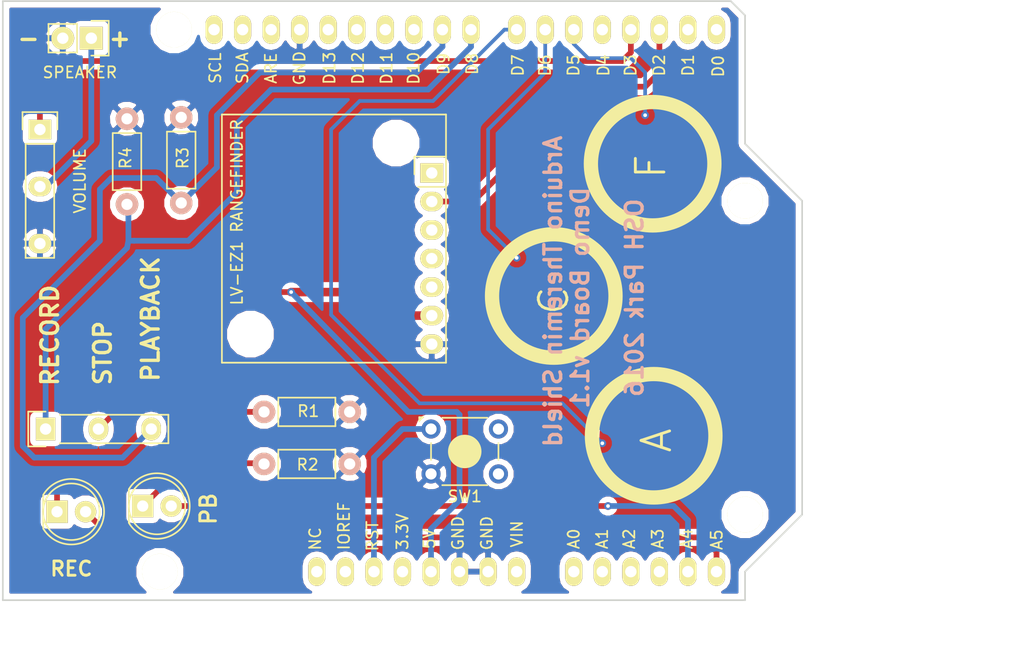
<source format=kicad_pcb>
(kicad_pcb (version 4) (host pcbnew 4.0.1-3.201512221402+6198~38~ubuntu14.04.1-stable)

  (general
    (links 27)
    (no_connects 0)
    (area 84.211886 59.182 178.510001 123.265001)
    (thickness 1.6)
    (drawings 35)
    (tracks 110)
    (zones 0)
    (modules 15)
    (nets 16)
  )

  (page A4)
  (title_block
    (company "Released under the CERN Open Hardware License v1.2")
    (comment 1 jeh.wicker@gmail.com)
    (comment 2 "Jenner Hanni")
    (comment 3 "Wickerbox Electronics")
  )

  (layers
    (0 F.Cu signal)
    (31 B.Cu signal)
    (34 B.Paste user)
    (35 F.Paste user)
    (36 B.SilkS user)
    (37 F.SilkS user)
    (38 B.Mask user)
    (39 F.Mask user)
    (44 Edge.Cuts user)
  )

  (setup
    (last_trace_width 0.254)
    (user_trace_width 0.1524)
    (user_trace_width 0.254)
    (user_trace_width 0.3302)
    (user_trace_width 0.508)
    (user_trace_width 0.762)
    (trace_clearance 0.254)
    (zone_clearance 0.508)
    (zone_45_only no)
    (trace_min 0.1524)
    (segment_width 1.27)
    (edge_width 0.15)
    (via_size 0.6858)
    (via_drill 0.3302)
    (via_min_size 0.6858)
    (via_min_drill 0.3302)
    (user_via 0.6858 0.3302)
    (user_via 0.762 0.4064)
    (user_via 0.8636 0.508)
    (uvia_size 0.6858)
    (uvia_drill 0.3302)
    (uvias_allowed no)
    (uvia_min_size 0)
    (uvia_min_drill 0)
    (pcb_text_width 0.3)
    (pcb_text_size 1.5 1.5)
    (mod_edge_width 0.15)
    (mod_text_size 1 1)
    (mod_text_width 0.15)
    (pad_size 1.524 1.524)
    (pad_drill 0.762)
    (pad_to_mask_clearance 0.2)
    (aux_axis_origin 0 0)
    (visible_elements FFFEDF7D)
    (pcbplotparams
      (layerselection 0x010f0_80000001)
      (usegerberextensions true)
      (excludeedgelayer true)
      (linewidth 0.100000)
      (plotframeref false)
      (viasonmask false)
      (mode 1)
      (useauxorigin false)
      (hpglpennumber 1)
      (hpglpenspeed 20)
      (hpglpendiameter 15)
      (hpglpenoverlay 2)
      (psnegative false)
      (psa4output false)
      (plotreference true)
      (plotvalue true)
      (plotinvisibletext false)
      (padsonsilk false)
      (subtractmaskfromsilk false)
      (outputformat 1)
      (mirror false)
      (drillshape 0)
      (scaleselection 1)
      (outputdirectory gerbers))
  )

  (net 0 "")
  (net 1 +5V)
  (net 2 GND)
  (net 3 "Net-(LED1-Pad1)")
  (net 4 /A5_ON_LED)
  (net 5 "Net-(LED2-Pad1)")
  (net 6 /A4_PLAYBACK_LED)
  (net 7 /RESET)
  (net 8 /D8_BTN_PLAYBACK)
  (net 9 /D9_BTN_RECORD)
  (net 10 "Net-(RV1-Pad2)")
  (net 11 /D7_KEY1)
  (net 12 /D5_KEY3)
  (net 13 /D6_KEY2)
  (net 14 /D2_PWM)
  (net 15 /D3_DIG_SPEAKER_OUT)

  (net_class Default "This is the default net class."
    (clearance 0.254)
    (trace_width 0.254)
    (via_dia 0.6858)
    (via_drill 0.3302)
    (uvia_dia 0.6858)
    (uvia_drill 0.3302)
    (add_net +5V)
    (add_net /A4_PLAYBACK_LED)
    (add_net /A5_ON_LED)
    (add_net /D2_PWM)
    (add_net /D3_DIG_SPEAKER_OUT)
    (add_net /D5_KEY3)
    (add_net /D6_KEY2)
    (add_net /D7_KEY1)
    (add_net /D8_BTN_PLAYBACK)
    (add_net /D9_BTN_RECORD)
    (add_net /RESET)
    (add_net GND)
    (add_net "Net-(LED1-Pad1)")
    (add_net "Net-(LED2-Pad1)")
    (add_net "Net-(RV1-Pad2)")
  )

  (module Wicker_Shields:Arduino_Uno_R3_No_ICSP locked (layer F.Cu) (tedit 56C15E3F) (tstamp 56CB951E)
    (at 87.63 118.11)
    (descr http://www.thingiverse.com/thing:9630)
    (path /56C1768D)
    (fp_text reference U1 (at 5.715 -57.15) (layer F.SilkS) hide
      (effects (font (thickness 0.3048)))
    )
    (fp_text value Arduino_Uno_R3_Shield (at 10.16 -54.61) (layer F.SilkS) hide
      (effects (font (thickness 0.3048)))
    )
    (fp_line (start 0 0) (end 66.04 0) (layer F.CrtYd) (width 0.2))
    (fp_line (start 66.04 -2.54) (end 66.04 0) (layer F.CrtYd) (width 0.2))
    (fp_line (start 66.04 -2.54) (end 70.993 -6.223) (layer F.CrtYd) (width 0.2))
    (fp_line (start 66.04 -40.64) (end 70.993 -35.814) (layer F.CrtYd) (width 0.2))
    (fp_line (start 70.993 -35.814) (end 70.993 -27.94) (layer F.CrtYd) (width 0.2))
    (fp_line (start 70.993 -27.94) (end 70.993 -6.223) (layer F.CrtYd) (width 0.2))
    (fp_text user IOREF (at 30.353 -6.604 90) (layer F.SilkS)
      (effects (font (size 1 1) (thickness 0.15)))
    )
    (fp_text user NC (at 27.793 -5.461 90) (layer F.SilkS)
      (effects (font (size 1 1) (thickness 0.15)))
    )
    (fp_text user RST (at 32.893 -5.715 90) (layer F.SilkS)
      (effects (font (size 1 1) (thickness 0.15)))
    )
    (fp_text user 3.3V (at 35.56 -6.096 90) (layer F.SilkS)
      (effects (font (size 1 1) (thickness 0.15)))
    )
    (fp_text user 5V (at 37.953 -5.461 90) (layer F.SilkS)
      (effects (font (size 1 1) (thickness 0.15)))
    )
    (fp_text user GND (at 40.493 -5.969 90) (layer F.SilkS)
      (effects (font (size 1 1) (thickness 0.15)))
    )
    (fp_text user GND (at 43.068 -5.969 90) (layer F.SilkS)
      (effects (font (size 1 1) (thickness 0.15)))
    )
    (fp_text user VIN (at 45.743 -5.894 90) (layer F.SilkS)
      (effects (font (size 1 1) (thickness 0.15)))
    )
    (fp_text user A5 (at 63.523 -5.386 90) (layer F.SilkS)
      (effects (font (size 1 1) (thickness 0.15)))
    )
    (fp_text user A4 (at 60.848 -5.461 90) (layer F.SilkS)
      (effects (font (size 1 1) (thickness 0.15)))
    )
    (fp_text user A3 (at 58.273 -5.461 90) (layer F.SilkS)
      (effects (font (size 1 1) (thickness 0.15)))
    )
    (fp_text user A2 (at 55.733 -5.461 90) (layer F.SilkS)
      (effects (font (size 1 1) (thickness 0.15)))
    )
    (fp_text user A1 (at 53.32 -5.461 90) (layer F.SilkS)
      (effects (font (size 1 1) (thickness 0.15)))
    )
    (fp_text user A0 (at 50.8 -5.461 90) (layer F.SilkS)
      (effects (font (size 1 1) (thickness 0.15)))
    )
    (fp_text user SCL (at 18.903 -47.371 90) (layer F.SilkS)
      (effects (font (size 1 1) (thickness 0.15)))
    )
    (fp_text user SDA (at 21.316 -47.371 90) (layer F.SilkS)
      (effects (font (size 1 1) (thickness 0.15)))
    )
    (fp_text user ARE (at 23.856 -47.371 90) (layer F.SilkS)
      (effects (font (size 1 1) (thickness 0.15)))
    )
    (fp_text user GND (at 26.396 -47.371 90) (layer F.SilkS)
      (effects (font (size 1 1) (thickness 0.15)))
    )
    (fp_text user D13 (at 29.063 -47.371 90) (layer F.SilkS)
      (effects (font (size 1 1) (thickness 0.15)))
    )
    (fp_text user D12 (at 31.603 -47.371 90) (layer F.SilkS)
      (effects (font (size 1 1) (thickness 0.15)))
    )
    (fp_text user D11 (at 34.143 -47.371 90) (layer F.SilkS)
      (effects (font (size 1 1) (thickness 0.15)))
    )
    (fp_text user D10 (at 36.556 -47.371 90) (layer F.SilkS)
      (effects (font (size 1 1) (thickness 0.15)))
    )
    (fp_text user D9 (at 39.223 -47.752 90) (layer F.SilkS)
      (effects (font (size 1 1) (thickness 0.15)))
    )
    (fp_text user D8 (at 41.763 -47.752 90) (layer F.SilkS)
      (effects (font (size 1 1) (thickness 0.15)))
    )
    (fp_text user D7 (at 45.827 -47.625 90) (layer F.SilkS)
      (effects (font (size 1 1) (thickness 0.15)))
    )
    (fp_text user D6 (at 48.24 -47.625 90) (layer F.SilkS)
      (effects (font (size 1 1) (thickness 0.15)))
    )
    (fp_text user D5 (at 50.78 -47.625 90) (layer F.SilkS)
      (effects (font (size 1 1) (thickness 0.15)))
    )
    (fp_text user D4 (at 53.447 -47.625 90) (layer F.SilkS)
      (effects (font (size 1 1) (thickness 0.15)))
    )
    (fp_text user D3 (at 55.86 -47.625 90) (layer F.SilkS)
      (effects (font (size 1 1) (thickness 0.15)))
    )
    (fp_text user D2 (at 58.4 -47.625 90) (layer F.SilkS)
      (effects (font (size 1 1) (thickness 0.15)))
    )
    (fp_text user D1 (at 60.975 -47.625 90) (layer F.SilkS)
      (effects (font (size 1 1) (thickness 0.15)))
    )
    (fp_text user D0 (at 63.65 -47.55 90) (layer F.SilkS)
      (effects (font (size 1 1) (thickness 0.15)))
    )
    (fp_line (start 66.04 -40.64) (end 66.04 -52.07) (layer F.CrtYd) (width 0.2))
    (fp_line (start 66.04 -52.07) (end 64.77 -53.34) (layer F.CrtYd) (width 0.2))
    (fp_line (start 64.77 -53.34) (end 0 -53.34) (layer F.CrtYd) (width 0.2))
    (fp_line (start 0 0) (end 0 -53.34) (layer F.CrtYd) (width 0.2))
    (pad A5 thru_hole oval (at 63.5 -2.54 90) (size 2.54 1.524) (drill 1.016) (layers *.Cu *.Mask F.SilkS)
      (net 4 /A5_ON_LED))
    (pad A4 thru_hole oval (at 60.96 -2.54 90) (size 2.54 1.524) (drill 1.016) (layers *.Cu *.Mask F.SilkS)
      (net 6 /A4_PLAYBACK_LED))
    (pad A3 thru_hole oval (at 58.42 -2.54 90) (size 2.54 1.524) (drill 1.016) (layers *.Cu *.Mask F.SilkS))
    (pad A0 thru_hole oval (at 50.8 -2.54 90) (size 2.54 1.524) (drill 1.016) (layers *.Cu *.Mask F.SilkS))
    (pad A1 thru_hole oval (at 53.34 -2.54 90) (size 2.54 1.524) (drill 1.016) (layers *.Cu *.Mask F.SilkS))
    (pad A2 thru_hole oval (at 55.88 -2.54 90) (size 2.54 1.524) (drill 1.016) (layers *.Cu *.Mask F.SilkS))
    (pad VIN thru_hole oval (at 45.72 -2.54 90) (size 2.54 1.524) (drill 1.016) (layers *.Cu *.Mask F.SilkS))
    (pad GND2 thru_hole oval (at 43.18 -2.54 90) (size 2.54 1.524) (drill 1.016) (layers *.Cu *.Mask F.SilkS)
      (net 2 GND))
    (pad GND1 thru_hole oval (at 40.64 -2.54 90) (size 2.54 1.524) (drill 1.016) (layers *.Cu *.Mask F.SilkS)
      (net 2 GND))
    (pad 3V3 thru_hole oval (at 35.56 -2.54 90) (size 2.54 1.524) (drill 1.016) (layers *.Cu *.Mask F.SilkS))
    (pad RST thru_hole oval (at 33.02 -2.54 90) (size 2.54 1.524) (drill 1.016) (layers *.Cu *.Mask F.SilkS)
      (net 7 /RESET))
    (pad D0 thru_hole oval (at 63.5 -50.8 90) (size 2.54 1.524) (drill 1.016) (layers *.Cu *.Mask F.SilkS))
    (pad D1 thru_hole oval (at 60.96 -50.8 90) (size 2.54 1.524) (drill 1.016) (layers *.Cu *.Mask F.SilkS))
    (pad D2 thru_hole oval (at 58.42 -50.8 90) (size 2.54 1.524) (drill 1.016) (layers *.Cu *.Mask F.SilkS)
      (net 14 /D2_PWM))
    (pad D3 thru_hole oval (at 55.88 -50.8 90) (size 2.54 1.524) (drill 1.016) (layers *.Cu *.Mask F.SilkS)
      (net 15 /D3_DIG_SPEAKER_OUT))
    (pad D4 thru_hole oval (at 53.34 -50.8 90) (size 2.54 1.524) (drill 1.016) (layers *.Cu *.Mask F.SilkS))
    (pad D5 thru_hole oval (at 50.8 -50.8 90) (size 2.54 1.524) (drill 1.016) (layers *.Cu *.Mask F.SilkS)
      (net 12 /D5_KEY3))
    (pad D6 thru_hole oval (at 48.26 -50.8 90) (size 2.54 1.524) (drill 1.016) (layers *.Cu *.Mask F.SilkS)
      (net 13 /D6_KEY2))
    (pad D7 thru_hole oval (at 45.72 -50.8 90) (size 2.54 1.524) (drill 1.016) (layers *.Cu *.Mask F.SilkS)
      (net 11 /D7_KEY1))
    (pad D8 thru_hole oval (at 41.656 -50.8 90) (size 2.54 1.524) (drill 1.016) (layers *.Cu *.Mask F.SilkS)
      (net 9 /D9_BTN_RECORD))
    (pad D9 thru_hole oval (at 39.116 -50.8 90) (size 2.54 1.524) (drill 1.016) (layers *.Cu *.Mask F.SilkS)
      (net 8 /D8_BTN_PLAYBACK))
    (pad D10 thru_hole oval (at 36.576 -50.8 90) (size 2.54 1.524) (drill 1.016) (layers *.Cu *.Mask F.SilkS))
    (pad D11 thru_hole oval (at 34.036 -50.8 90) (size 2.54 1.524) (drill 1.016) (layers *.Cu *.Mask F.SilkS))
    (pad D12 thru_hole oval (at 31.496 -50.8 90) (size 2.54 1.524) (drill 1.016) (layers *.Cu *.Mask F.SilkS))
    (pad D13 thru_hole oval (at 28.956 -50.8 90) (size 2.54 1.524) (drill 1.016) (layers *.Cu *.Mask F.SilkS))
    (pad GND3 thru_hole oval (at 26.416 -50.8 90) (size 2.54 1.524) (drill 1.016) (layers *.Cu *.Mask F.SilkS)
      (net 2 GND))
    (pad AREF thru_hole oval (at 23.876 -50.8 90) (size 2.54 1.524) (drill 1.016) (layers *.Cu *.Mask F.SilkS))
    (pad 5V thru_hole oval (at 38.1 -2.54 90) (size 2.54 1.524) (drill 1.016) (layers *.Cu *.Mask F.SilkS)
      (net 1 +5V))
    (pad "" np_thru_hole circle (at 66.04 -7.62 90) (size 3.175 3.175) (drill 3.175) (layers *.Cu *.Mask F.SilkS))
    (pad "" np_thru_hole circle (at 66.04 -35.56 90) (size 3.175 3.175) (drill 3.175) (layers *.Cu *.Mask F.SilkS))
    (pad "" np_thru_hole circle (at 15.24 -50.8 90) (size 3.175 3.175) (drill 3.175) (layers *.Cu *.Mask F.SilkS))
    (pad "" np_thru_hole circle (at 13.97 -2.54 90) (size 3.175 3.175) (drill 3.175) (layers *.Cu *.Mask F.SilkS))
    (pad SDA thru_hole oval (at 21.336 -50.8 90) (size 2.54 1.524) (drill 1.016) (layers *.Cu *.Mask F.SilkS))
    (pad SCL thru_hole oval (at 18.796 -50.8 90) (size 2.54 1.524) (drill 1.016) (layers *.Cu *.Mask F.SilkS))
    (pad IO thru_hole oval (at 30.48 -2.54 90) (size 2.54 1.524) (drill 1.016) (layers *.Cu *.Mask F.SilkS))
    (pad NC thru_hole oval (at 27.94 -2.54 90) (size 2.54 1.524) (drill 1.016) (layers *.Cu *.Mask F.SilkS))
  )

  (module Wicker_Modules:LV_EZ1_Rangefinder (layer F.Cu) (tedit 56C166BC) (tstamp 56C9DD36)
    (at 107.1245 96.9645)
    (descr http://maxbotix.com/uploads/LV-MaxSonar-EZ1-Datasheet.pdf)
    (tags "Rangefinder Module Breakout Board")
    (path /56BD4C09)
    (fp_text reference "LV-EZ1 RANGEFINDER" (at 1.3335 -13.3985 90) (layer F.SilkS)
      (effects (font (size 1 1) (thickness 0.15)))
    )
    (fp_text value "LV-EZ1 RANGEFINDER" (at 1.375 -13.65 90) (layer F.Fab)
      (effects (font (size 1 1) (thickness 0.15)))
    )
    (fp_line (start 0 -22.098) (end 19.939 -22.098) (layer F.SilkS) (width 0.1524))
    (fp_line (start 19.939 0) (end 19.939 -22.098) (layer F.SilkS) (width 0.1524))
    (fp_line (start 0 0) (end 0 -22.098) (layer F.SilkS) (width 0.1524))
    (fp_line (start 0 0) (end 19.939 0) (layer F.SilkS) (width 0.1524))
    (fp_line (start 19.939 -15.655) (end 17.455 -15.655) (layer F.SilkS) (width 0.15))
    (fp_line (start 17.125 -16.775) (end 17.125 -18.325) (layer F.SilkS) (width 0.15))
    (fp_line (start 17.15 -18.35) (end 19.939 -18.35) (layer F.SilkS) (width 0.15))
    (pad "" np_thru_hole circle (at 15.494 -19.558) (size 3.1496 3.1496) (drill 3.1496) (layers F.Cu))
    (pad 1 thru_hole rect (at 18.669 -16.891) (size 2.032 1.7272) (drill 1.016) (layers *.Cu *.Mask F.SilkS))
    (pad 2 thru_hole oval (at 18.669 -14.351) (size 2.032 1.7272) (drill 1.016) (layers *.Cu *.Mask F.SilkS)
      (net 14 /D2_PWM))
    (pad 3 thru_hole oval (at 18.669 -11.811) (size 2.032 1.7272) (drill 1.016) (layers *.Cu *.Mask F.SilkS))
    (pad 4 thru_hole oval (at 18.669 -9.271) (size 2.032 1.7272) (drill 1.016) (layers *.Cu *.Mask F.SilkS))
    (pad 5 thru_hole oval (at 18.669 -6.731) (size 2.032 1.7272) (drill 1.016) (layers *.Cu *.Mask F.SilkS))
    (pad 6 thru_hole oval (at 18.669 -4.191) (size 2.032 1.7272) (drill 1.016) (layers *.Cu *.Mask F.SilkS)
      (net 1 +5V))
    (pad 7 thru_hole oval (at 18.669 -1.651) (size 2.032 1.7272) (drill 1.016) (layers *.Cu *.Mask F.SilkS)
      (net 2 GND))
    (pad "" np_thru_hole circle (at 2.54 -2.54) (size 3.1496 3.1496) (drill 3.1496) (layers F.Cu))
  )

  (module Resistors_ThroughHole:Resistor_Horizontal_RM7mm (layer F.Cu) (tedit 56C15E2E) (tstamp 56C9DD44)
    (at 110.871 101.346)
    (descr "Resistor, Axial,  RM 7.62mm, 1/3W,")
    (tags "Resistor Axial RM 7.62mm 1/3W R3")
    (path /56BF3EA1)
    (fp_text reference R1 (at 3.937 -0.0635) (layer F.SilkS)
      (effects (font (size 1 1) (thickness 0.15)))
    )
    (fp_text value 220 (at 3.81 3.81) (layer F.Fab)
      (effects (font (size 1 1) (thickness 0.15)))
    )
    (fp_line (start -1.25 -1.5) (end 8.85 -1.5) (layer F.CrtYd) (width 0.05))
    (fp_line (start -1.25 1.5) (end -1.25 -1.5) (layer F.CrtYd) (width 0.05))
    (fp_line (start 8.85 -1.5) (end 8.85 1.5) (layer F.CrtYd) (width 0.05))
    (fp_line (start -1.25 1.5) (end 8.85 1.5) (layer F.CrtYd) (width 0.05))
    (fp_line (start 1.27 -1.27) (end 6.35 -1.27) (layer F.SilkS) (width 0.15))
    (fp_line (start 6.35 -1.27) (end 6.35 1.27) (layer F.SilkS) (width 0.15))
    (fp_line (start 6.35 1.27) (end 1.27 1.27) (layer F.SilkS) (width 0.15))
    (fp_line (start 1.27 1.27) (end 1.27 -1.27) (layer F.SilkS) (width 0.15))
    (pad 1 thru_hole circle (at 0 0) (size 1.99898 1.99898) (drill 1.00076) (layers *.Cu *.SilkS *.Mask)
      (net 3 "Net-(LED1-Pad1)"))
    (pad 2 thru_hole circle (at 7.62 0) (size 1.99898 1.99898) (drill 1.00076) (layers *.Cu *.SilkS *.Mask)
      (net 2 GND))
  )

  (module Resistors_ThroughHole:Resistor_Horizontal_RM7mm (layer F.Cu) (tedit 56C15E29) (tstamp 56C9DD52)
    (at 110.871 105.9815)
    (descr "Resistor, Axial,  RM 7.62mm, 1/3W,")
    (tags "Resistor Axial RM 7.62mm 1/3W R3")
    (path /56BF3FED)
    (fp_text reference R2 (at 3.8735 0.0635) (layer F.SilkS)
      (effects (font (size 1 1) (thickness 0.15)))
    )
    (fp_text value 220 (at 3.81 3.81) (layer F.Fab)
      (effects (font (size 1 1) (thickness 0.15)))
    )
    (fp_line (start -1.25 -1.5) (end 8.85 -1.5) (layer F.CrtYd) (width 0.05))
    (fp_line (start -1.25 1.5) (end -1.25 -1.5) (layer F.CrtYd) (width 0.05))
    (fp_line (start 8.85 -1.5) (end 8.85 1.5) (layer F.CrtYd) (width 0.05))
    (fp_line (start -1.25 1.5) (end 8.85 1.5) (layer F.CrtYd) (width 0.05))
    (fp_line (start 1.27 -1.27) (end 6.35 -1.27) (layer F.SilkS) (width 0.15))
    (fp_line (start 6.35 -1.27) (end 6.35 1.27) (layer F.SilkS) (width 0.15))
    (fp_line (start 6.35 1.27) (end 1.27 1.27) (layer F.SilkS) (width 0.15))
    (fp_line (start 1.27 1.27) (end 1.27 -1.27) (layer F.SilkS) (width 0.15))
    (pad 1 thru_hole circle (at 0 0) (size 1.99898 1.99898) (drill 1.00076) (layers *.Cu *.SilkS *.Mask)
      (net 5 "Net-(LED2-Pad1)"))
    (pad 2 thru_hole circle (at 7.62 0) (size 1.99898 1.99898) (drill 1.00076) (layers *.Cu *.SilkS *.Mask)
      (net 2 GND))
  )

  (module Resistors_ThroughHole:Resistor_Horizontal_RM7mm (layer F.Cu) (tedit 56C1611E) (tstamp 56C9DD60)
    (at 103.505 82.7405 90)
    (descr "Resistor, Axial,  RM 7.62mm, 1/3W,")
    (tags "Resistor Axial RM 7.62mm 1/3W R3")
    (path /56BEAC8C)
    (fp_text reference R3 (at 4.0005 0.127 90) (layer F.SilkS)
      (effects (font (size 1 1) (thickness 0.15)))
    )
    (fp_text value 10K (at 3.81 3.81 90) (layer F.Fab)
      (effects (font (size 1 1) (thickness 0.15)))
    )
    (fp_line (start -1.25 -1.5) (end 8.85 -1.5) (layer F.CrtYd) (width 0.05))
    (fp_line (start -1.25 1.5) (end -1.25 -1.5) (layer F.CrtYd) (width 0.05))
    (fp_line (start 8.85 -1.5) (end 8.85 1.5) (layer F.CrtYd) (width 0.05))
    (fp_line (start -1.25 1.5) (end 8.85 1.5) (layer F.CrtYd) (width 0.05))
    (fp_line (start 1.27 -1.27) (end 6.35 -1.27) (layer F.SilkS) (width 0.15))
    (fp_line (start 6.35 -1.27) (end 6.35 1.27) (layer F.SilkS) (width 0.15))
    (fp_line (start 6.35 1.27) (end 1.27 1.27) (layer F.SilkS) (width 0.15))
    (fp_line (start 1.27 1.27) (end 1.27 -1.27) (layer F.SilkS) (width 0.15))
    (pad 1 thru_hole circle (at 0 0 90) (size 1.99898 1.99898) (drill 1.00076) (layers *.Cu *.SilkS *.Mask)
      (net 8 /D8_BTN_PLAYBACK))
    (pad 2 thru_hole circle (at 7.62 0 90) (size 1.99898 1.99898) (drill 1.00076) (layers *.Cu *.SilkS *.Mask)
      (net 2 GND))
  )

  (module Resistors_ThroughHole:Resistor_Horizontal_RM7mm (layer F.Cu) (tedit 56C1611B) (tstamp 56C9DD6E)
    (at 98.679 82.8675 90)
    (descr "Resistor, Axial,  RM 7.62mm, 1/3W,")
    (tags "Resistor Axial RM 7.62mm 1/3W R3")
    (path /56BEAD4F)
    (fp_text reference R4 (at 4.1275 -0.127 90) (layer F.SilkS)
      (effects (font (size 1 1) (thickness 0.15)))
    )
    (fp_text value 10K (at 3.81 3.81 90) (layer F.Fab)
      (effects (font (size 1 1) (thickness 0.15)))
    )
    (fp_line (start -1.25 -1.5) (end 8.85 -1.5) (layer F.CrtYd) (width 0.05))
    (fp_line (start -1.25 1.5) (end -1.25 -1.5) (layer F.CrtYd) (width 0.05))
    (fp_line (start 8.85 -1.5) (end 8.85 1.5) (layer F.CrtYd) (width 0.05))
    (fp_line (start -1.25 1.5) (end 8.85 1.5) (layer F.CrtYd) (width 0.05))
    (fp_line (start 1.27 -1.27) (end 6.35 -1.27) (layer F.SilkS) (width 0.15))
    (fp_line (start 6.35 -1.27) (end 6.35 1.27) (layer F.SilkS) (width 0.15))
    (fp_line (start 6.35 1.27) (end 1.27 1.27) (layer F.SilkS) (width 0.15))
    (fp_line (start 1.27 1.27) (end 1.27 -1.27) (layer F.SilkS) (width 0.15))
    (pad 1 thru_hole circle (at 0 0 90) (size 1.99898 1.99898) (drill 1.00076) (layers *.Cu *.SilkS *.Mask)
      (net 9 /D9_BTN_RECORD))
    (pad 2 thru_hole circle (at 7.62 0 90) (size 1.99898 1.99898) (drill 1.00076) (layers *.Cu *.SilkS *.Mask)
      (net 2 GND))
  )

  (module Wicker_CapSense:CAPSENSE_CIRCLE_D10 (layer F.Cu) (tedit 56C16628) (tstamp 56CB9DB9)
    (at 145.796 103.632)
    (path /56BDABBB)
    (fp_text reference A (at 0 0.254 90) (layer F.SilkS)
      (effects (font (size 2.54 2.54) (thickness 0.254)))
    )
    (fp_text value KEY1 (at 0.025 7.325) (layer F.Fab)
      (effects (font (size 1 1) (thickness 0.15)))
    )
    (pad 1 smd circle (at 0 0) (size 10.16 10.16) (layers F.Cu)
      (net 11 /D7_KEY1) (clearance 0.508))
  )

  (module Wicker_CapSense:CAPSENSE_CIRCLE_D10 (layer F.Cu) (tedit 56C1662F) (tstamp 56CB9DBE)
    (at 145.288 79.248)
    (path /56BDAAD1)
    (fp_text reference F (at 0 0.254 90) (layer F.SilkS)
      (effects (font (size 2.54 2.54) (thickness 0.254)))
    )
    (fp_text value KEY3 (at 0.025 7.325) (layer F.Fab)
      (effects (font (size 1 1) (thickness 0.15)))
    )
    (pad 1 smd circle (at 0 0) (size 10.16 10.16) (layers F.Cu)
      (net 12 /D5_KEY3) (clearance 0.508))
  )

  (module Wicker_CapSense:CAPSENSE_CIRCLE_D10 (layer F.Cu) (tedit 56C1662C) (tstamp 56CB9DC3)
    (at 136.652 90.932)
    (path /56BDAB3F)
    (fp_text reference C (at 0 0.508 90) (layer F.SilkS)
      (effects (font (size 2.54 2.54) (thickness 0.254)))
    )
    (fp_text value KEY2 (at 0.025 7.325) (layer F.Fab)
      (effects (font (size 1 1) (thickness 0.15)))
    )
    (pad 1 smd circle (at 0 0) (size 10.16 10.16) (layers F.Cu)
      (net 13 /D6_KEY2) (clearance 0.508))
  )

  (module LEDs:LED-5MM (layer F.Cu) (tedit 56C1666A) (tstamp 56CB9DCF)
    (at 92.456 110.236)
    (descr "LED 5mm round vertical")
    (tags "LED 5mm round vertical")
    (path /56BF3906)
    (fp_text reference REC (at 1.27 5.08) (layer F.SilkS)
      (effects (font (size 1.27 1.27) (thickness 0.254)))
    )
    (fp_text value ON (at 1.524 -3.937) (layer F.Fab)
      (effects (font (size 1 1) (thickness 0.15)))
    )
    (fp_line (start -1.5 -1.55) (end -1.5 1.55) (layer F.CrtYd) (width 0.05))
    (fp_arc (start 1.3 0) (end -1.5 1.55) (angle -302) (layer F.CrtYd) (width 0.05))
    (fp_arc (start 1.27 0) (end -1.23 -1.5) (angle 297.5) (layer F.SilkS) (width 0.15))
    (fp_line (start -1.23 1.5) (end -1.23 -1.5) (layer F.SilkS) (width 0.15))
    (fp_circle (center 1.27 0) (end 0.97 -2.5) (layer F.SilkS) (width 0.15))
    (fp_text user K (at -1.905 1.905) (layer F.SilkS) hide
      (effects (font (size 1 1) (thickness 0.15)))
    )
    (pad 1 thru_hole rect (at 0 0 90) (size 2 1.9) (drill 1.00076) (layers *.Cu *.Mask F.SilkS)
      (net 3 "Net-(LED1-Pad1)"))
    (pad 2 thru_hole circle (at 2.54 0) (size 1.9 1.9) (drill 1.00076) (layers *.Cu *.Mask F.SilkS)
      (net 4 /A5_ON_LED))
    (model LEDs.3dshapes/LED-5MM.wrl
      (at (xyz 0.05 0 0))
      (scale (xyz 1 1 1))
      (rotate (xyz 0 0 90))
    )
  )

  (module LEDs:LED-5MM (layer F.Cu) (tedit 56C16659) (tstamp 56CB9DDB)
    (at 100.076 109.728)
    (descr "LED 5mm round vertical")
    (tags "LED 5mm round vertical")
    (path /56BF3A4D)
    (fp_text reference PB (at 5.842 0.254 90) (layer F.SilkS)
      (effects (font (size 1.397 1.397) (thickness 0.254)))
    )
    (fp_text value PLAYBACK (at 1.524 -3.937) (layer F.Fab)
      (effects (font (size 1 1) (thickness 0.15)))
    )
    (fp_line (start -1.5 -1.55) (end -1.5 1.55) (layer F.CrtYd) (width 0.05))
    (fp_arc (start 1.3 0) (end -1.5 1.55) (angle -302) (layer F.CrtYd) (width 0.05))
    (fp_arc (start 1.27 0) (end -1.23 -1.5) (angle 297.5) (layer F.SilkS) (width 0.15))
    (fp_line (start -1.23 1.5) (end -1.23 -1.5) (layer F.SilkS) (width 0.15))
    (fp_circle (center 1.27 0) (end 0.97 -2.5) (layer F.SilkS) (width 0.15))
    (fp_text user K (at -1.905 1.905) (layer F.SilkS) hide
      (effects (font (size 1 1) (thickness 0.15)))
    )
    (pad 1 thru_hole rect (at 0 0 90) (size 2 1.9) (drill 1.00076) (layers *.Cu *.Mask F.SilkS)
      (net 5 "Net-(LED2-Pad1)"))
    (pad 2 thru_hole circle (at 2.54 0) (size 1.9 1.9) (drill 1.00076) (layers *.Cu *.Mask F.SilkS)
      (net 6 /A4_PLAYBACK_LED))
    (model LEDs.3dshapes/LED-5MM.wrl
      (at (xyz 0.05 0 0))
      (scale (xyz 1 1 1))
      (rotate (xyz 0 0 90))
    )
  )

  (module Wicker_Resistors_Pots:16mm_Rotary_Potentiometer (layer F.Cu) (tedit 56C16118) (tstamp 56CB9DED)
    (at 90.932 76.2)
    (descr P160KN-0QC15B100K)
    (tags "Rotary Pot Trimpot Variable Resistor")
    (path /56BD5BE2)
    (fp_text reference VOLUME (at 3.556 4.572 90) (layer F.SilkS)
      (effects (font (size 1 1) (thickness 0.15)))
    )
    (fp_text value POT (at 0 -3.1) (layer F.Fab)
      (effects (font (size 1 1) (thickness 0.15)))
    )
    (fp_line (start -1.55 0) (end -1.55 -1.55) (layer F.SilkS) (width 0.15))
    (fp_line (start -1.55 -1.55) (end 1.55 -1.55) (layer F.SilkS) (width 0.15))
    (fp_line (start 1.55 -1.55) (end 1.55 0) (layer F.SilkS) (width 0.15))
    (fp_line (start -1.75 -1.75) (end -1.75 11.95) (layer F.CrtYd) (width 0.05))
    (fp_line (start 1.75 -1.75) (end 1.75 11.95) (layer F.CrtYd) (width 0.05))
    (fp_line (start -1.75 -1.75) (end 1.75 -1.75) (layer F.CrtYd) (width 0.05))
    (fp_line (start -1.75 11.95) (end 1.75 11.95) (layer F.CrtYd) (width 0.05))
    (fp_line (start 1.27 1.27) (end 1.27 11.43) (layer F.SilkS) (width 0.15))
    (fp_line (start 1.27 11.43) (end -1.27 11.43) (layer F.SilkS) (width 0.15))
    (fp_line (start -1.27 11.43) (end -1.27 1.27) (layer F.SilkS) (width 0.15))
    (fp_line (start 1.27 1.27) (end -1.27 1.27) (layer F.SilkS) (width 0.15))
    (pad 1 thru_hole rect (at 0 0) (size 2.032 1.7272) (drill 1.016) (layers *.Cu *.Mask F.SilkS)
      (net 15 /D3_DIG_SPEAKER_OUT))
    (pad 2 thru_hole oval (at 0 5.08) (size 2.032 1.7272) (drill 1.016) (layers *.Cu *.Mask F.SilkS)
      (net 10 "Net-(RV1-Pad2)"))
    (pad 3 thru_hole oval (at 0 10.16) (size 2.032 1.7272) (drill 1.016) (layers *.Cu *.Mask F.SilkS)
      (net 2 GND))
  )

  (module Pin_Headers:Pin_Header_Straight_1x02 (layer F.Cu) (tedit 56C16155) (tstamp 56CB9DFE)
    (at 95.504 68.072 270)
    (descr "Through hole pin header")
    (tags "pin header")
    (path /56BD58A0)
    (fp_text reference SPEAKER (at 3.048 1.016 360) (layer F.SilkS)
      (effects (font (size 1 1) (thickness 0.15)))
    )
    (fp_text value SPEAKER (at 0 -3.1 270) (layer F.Fab)
      (effects (font (size 1 1) (thickness 0.15)))
    )
    (fp_line (start 1.27 1.27) (end 1.27 3.81) (layer F.SilkS) (width 0.15))
    (fp_line (start 1.55 -1.55) (end 1.55 0) (layer F.SilkS) (width 0.15))
    (fp_line (start -1.75 -1.75) (end -1.75 4.3) (layer F.CrtYd) (width 0.05))
    (fp_line (start 1.75 -1.75) (end 1.75 4.3) (layer F.CrtYd) (width 0.05))
    (fp_line (start -1.75 -1.75) (end 1.75 -1.75) (layer F.CrtYd) (width 0.05))
    (fp_line (start -1.75 4.3) (end 1.75 4.3) (layer F.CrtYd) (width 0.05))
    (fp_line (start 1.27 1.27) (end -1.27 1.27) (layer F.SilkS) (width 0.15))
    (fp_line (start -1.55 0) (end -1.55 -1.55) (layer F.SilkS) (width 0.15))
    (fp_line (start -1.55 -1.55) (end 1.55 -1.55) (layer F.SilkS) (width 0.15))
    (fp_line (start -1.27 1.27) (end -1.27 3.81) (layer F.SilkS) (width 0.15))
    (fp_line (start -1.27 3.81) (end 1.27 3.81) (layer F.SilkS) (width 0.15))
    (pad 1 thru_hole rect (at 0 0 270) (size 2.032 2.032) (drill 1.016) (layers *.Cu *.Mask F.SilkS)
      (net 10 "Net-(RV1-Pad2)"))
    (pad 2 thru_hole oval (at 0 2.54 270) (size 2.032 2.032) (drill 1.016) (layers *.Cu *.Mask F.SilkS)
      (net 2 GND))
    (model Pin_Headers.3dshapes/Pin_Header_Straight_1x02.wrl
      (at (xyz 0 -0.05 0))
      (scale (xyz 1 1 1))
      (rotate (xyz 0 0 90))
    )
  )

  (module Wicker_Buttons_Switches:ESwitch_Series100_SPDT (layer F.Cu) (tedit 56C161F0) (tstamp 56CB9E2B)
    (at 91.44 102.87 90)
    (descr "Three-position through-hole board mount switch.")
    (tags "ON-OFF-ON switch")
    (path /56BD3636)
    (fp_text reference SW2 (at 0 -5.1 90) (layer F.SilkS) hide
      (effects (font (size 1 1) (thickness 0.15)))
    )
    (fp_text value "ON-OFF-ON SWITCH" (at 0 -3.1 90) (layer F.Fab)
      (effects (font (size 1 1) (thickness 0.15)))
    )
    (fp_line (start -1.55 0) (end -1.55 -1.55) (layer F.SilkS) (width 0.15))
    (fp_line (start -1.55 -1.55) (end 1.55 -1.55) (layer F.SilkS) (width 0.15))
    (fp_line (start 1.55 -1.55) (end 1.55 0) (layer F.SilkS) (width 0.15))
    (fp_line (start -1.75 -1.75) (end -1.75 11.43) (layer F.CrtYd) (width 0.05))
    (fp_line (start 1.75 -1.75) (end 1.75 11.43) (layer F.CrtYd) (width 0.05))
    (fp_line (start -1.75 -1.75) (end 1.75 -1.75) (layer F.CrtYd) (width 0.05))
    (fp_line (start -1.75 11.43) (end 1.75 11.43) (layer F.CrtYd) (width 0.05))
    (fp_line (start 1.27 1.27) (end 1.27 10.922) (layer F.SilkS) (width 0.15))
    (fp_line (start 1.27 10.922) (end -1.27 10.922) (layer F.SilkS) (width 0.15))
    (fp_line (start -1.27 10.922) (end -1.27 1.27) (layer F.SilkS) (width 0.15))
    (pad 1 thru_hole rect (at 0 0 90) (size 2.032 1.7272) (drill 1.016) (layers *.Cu *.Mask F.SilkS)
      (net 9 /D9_BTN_RECORD))
    (pad 2 thru_hole oval (at 0 4.699 90) (size 2.032 1.7272) (drill 1.016) (layers *.Cu *.Mask F.SilkS)
      (net 1 +5V))
    (pad 3 thru_hole oval (at 0 9.398 90) (size 2.032 1.7272) (drill 1.016) (layers *.Cu *.Mask F.SilkS)
      (net 8 /D8_BTN_PLAYBACK))
  )

  (module Buttons_Switches_ThroughHole:SW_TH_Tactile_Omron_B3F-10xx (layer F.Cu) (tedit 563F14D4) (tstamp 56C77379)
    (at 125.73 102.87)
    (descr SW_TH_Tactile_Omron_B3F-10xx)
    (tags "Omron B3F-10xx")
    (path /56C79AB2)
    (fp_text reference SW1 (at 3 6) (layer F.SilkS)
      (effects (font (size 1 1) (thickness 0.15)))
    )
    (fp_text value SW_PUSH_B3F_1XXX (at 2.95 -2.05) (layer F.Fab)
      (effects (font (size 1 1) (thickness 0.15)))
    )
    (fp_line (start -0.95 -1) (end -0.95 -0.9) (layer F.SilkS) (width 0.15))
    (fp_line (start -1.05 -1.05) (end -0.7 -1.05) (layer F.SilkS) (width 0.15))
    (fp_arc (start 0 0) (end -1.05 -0.7) (angle 22.61986495) (layer F.SilkS) (width 0.15))
    (fp_line (start -1.05 -1.05) (end -1.05 -0.7) (layer F.SilkS) (width 0.15))
    (fp_line (start 7.15 -1.15) (end 0.45 -1.15) (layer F.CrtYd) (width 0.05))
    (fp_line (start 7.15 5.15) (end 7.15 -1.15) (layer F.CrtYd) (width 0.05))
    (fp_line (start -1.15 5.15) (end 7.15 5.15) (layer F.CrtYd) (width 0.05))
    (fp_line (start -1.15 0) (end -1.15 5.15) (layer F.CrtYd) (width 0.05))
    (fp_line (start -1.15 -1.15) (end 0.45 -1.15) (layer F.CrtYd) (width 0.05))
    (fp_line (start -1.15 0) (end -1.15 -1.15) (layer F.CrtYd) (width 0.05))
    (fp_circle (center 3 2) (end 4 3) (layer F.SilkS) (width 0.15))
    (fp_line (start 1 5) (end 5 5) (layer F.SilkS) (width 0.15))
    (fp_line (start 1 -1) (end 5 -1) (layer F.SilkS) (width 0.15))
    (fp_line (start 0 2.75) (end 0 1.25) (layer F.SilkS) (width 0.15))
    (fp_line (start 6 1.25) (end 6 2.75) (layer F.SilkS) (width 0.15))
    (fp_line (start 0 2) (end 0 2) (layer F.SilkS) (width 0))
    (fp_line (start 5 5) (end 1 5) (layer F.SilkS) (width 0))
    (fp_line (start 5 -1) (end 1 -1) (layer F.SilkS) (width 0))
    (fp_line (start 6 2) (end 6 2) (layer F.SilkS) (width 0))
    (fp_circle (center 3 2) (end 4 3) (layer F.SilkS) (width 0))
    (pad 4 thru_hole circle (at 6 4) (size 1.7 1.7) (drill 1) (layers *.Cu *.Mask))
    (pad 3 thru_hole circle (at 0 4) (size 1.7 1.7) (drill 1) (layers *.Cu *.Mask)
      (net 2 GND))
    (pad 2 thru_hole circle (at 6 0) (size 1.7 1.7) (drill 1) (layers *.Cu *.Mask))
    (pad 1 thru_hole circle (at 0 0) (size 1.7 1.7) (drill 1) (layers *.Cu *.Mask)
      (net 7 /RESET))
  )

  (gr_text "Arduino Theremin Shield \nDemo Board v1.1\n\nOSH Park 2016" (at 140.208 91.186 90) (layer B.SilkS)
    (effects (font (size 1.5 1.5) (thickness 0.3)) (justify mirror))
  )
  (gr_circle (center 145.542 103.47114) (end 150.114 106.51914) (layer F.SilkS) (width 1.27) (tstamp 56CBA1A6))
  (gr_circle (center 136.652 91.02514) (end 141.224 94.07314) (layer F.SilkS) (width 1.27) (tstamp 56CBA1A5))
  (gr_circle (center 145.44886 79.248) (end 150.02086 82.296) (layer F.SilkS) (width 1.27))
  (gr_text - (at 89.916 68.072) (layer F.SilkS)
    (effects (font (size 1.5 1.5) (thickness 0.3)))
  )
  (gr_text + (at 98.044 68.072) (layer F.SilkS)
    (effects (font (size 1.5 1.5) (thickness 0.3)))
  )
  (gr_text PLAYBACK (at 100.7745 98.806 90) (layer F.SilkS)
    (effects (font (size 1.5 1.5) (thickness 0.3)) (justify left))
  )
  (gr_text STOP (at 96.52 99.1235 90) (layer F.SilkS)
    (effects (font (size 1.5 1.5) (thickness 0.3)) (justify left))
  )
  (gr_text RECORD (at 91.821 99.187 90) (layer F.SilkS)
    (effects (font (size 1.5 1.5) (thickness 0.3)) (justify left))
  )
  (gr_line (start 152.4 64.77) (end 87.63 64.77) (angle 90) (layer Edge.Cuts) (width 0.15))
  (gr_line (start 153.67 66.04) (end 152.4 64.77) (angle 90) (layer Edge.Cuts) (width 0.15))
  (gr_line (start 153.67 77.47) (end 153.67 66.04) (angle 90) (layer Edge.Cuts) (width 0.15))
  (gr_line (start 158.75 82.55) (end 153.67 77.47) (angle 90) (layer Edge.Cuts) (width 0.15))
  (gr_line (start 158.75 110.49) (end 158.75 82.55) (angle 90) (layer Edge.Cuts) (width 0.15))
  (gr_line (start 153.67 115.57) (end 158.75 110.49) (angle 90) (layer Edge.Cuts) (width 0.15))
  (gr_line (start 153.67 118.11) (end 153.67 115.57) (angle 90) (layer Edge.Cuts) (width 0.15))
  (gr_line (start 87.63 118.11) (end 153.67 118.11) (angle 90) (layer Edge.Cuts) (width 0.15))
  (gr_line (start 87.63 64.77) (end 87.63 118.11) (angle 90) (layer Edge.Cuts) (width 0.15))
  (gr_circle (center 117.348 76.962) (end 118.618 76.962) (layer Dwgs.User) (width 0.15))
  (gr_line (start 114.427 78.994) (end 114.427 74.93) (angle 90) (layer Dwgs.User) (width 0.15))
  (gr_line (start 120.269 78.994) (end 114.427 78.994) (angle 90) (layer Dwgs.User) (width 0.15))
  (gr_line (start 120.269 74.93) (end 120.269 78.994) (angle 90) (layer Dwgs.User) (width 0.15))
  (gr_line (start 114.427 74.93) (end 120.269 74.93) (angle 90) (layer Dwgs.User) (width 0.15))
  (gr_line (start 120.523 93.98) (end 104.648 93.98) (angle 90) (layer Dwgs.User) (width 0.15))
  (gr_line (start 173.355 102.235) (end 173.355 94.615) (angle 90) (layer Dwgs.User) (width 0.15))
  (gr_line (start 178.435 102.235) (end 173.355 102.235) (angle 90) (layer Dwgs.User) (width 0.15))
  (gr_line (start 178.435 94.615) (end 178.435 102.235) (angle 90) (layer Dwgs.User) (width 0.15))
  (gr_line (start 173.355 94.615) (end 178.435 94.615) (angle 90) (layer Dwgs.User) (width 0.15))
  (gr_line (start 109.093 123.19) (end 109.093 114.3) (angle 90) (layer Dwgs.User) (width 0.15))
  (gr_line (start 122.428 123.19) (end 109.093 123.19) (angle 90) (layer Dwgs.User) (width 0.15))
  (gr_line (start 122.428 114.3) (end 122.428 123.19) (angle 90) (layer Dwgs.User) (width 0.15))
  (gr_line (start 109.093 114.3) (end 122.428 114.3) (angle 90) (layer Dwgs.User) (width 0.15))
  (gr_line (start 104.648 93.98) (end 104.648 82.55) (angle 90) (layer Dwgs.User) (width 0.15))
  (gr_line (start 120.523 82.55) (end 120.523 93.98) (angle 90) (layer Dwgs.User) (width 0.15))
  (gr_line (start 104.648 82.55) (end 120.523 82.55) (angle 90) (layer Dwgs.User) (width 0.15))

  (segment (start 113.284 90.678) (end 123.698 101.346) (width 0.508) (layer B.Cu) (net 1))
  (segment (start 123.698 101.346) (end 128.016 101.346) (width 0.508) (layer B.Cu) (net 1))
  (segment (start 128.016 101.346) (end 128.27 101.6) (width 0.508) (layer B.Cu) (net 1))
  (segment (start 128.27 101.6) (end 128.27 109.22) (width 0.508) (layer B.Cu) (net 1))
  (segment (start 128.27 109.22) (end 125.73 111.76) (width 0.508) (layer B.Cu) (net 1))
  (segment (start 125.73 111.76) (end 125.73 115.57) (width 0.508) (layer B.Cu) (net 1))
  (segment (start 125.7935 92.7735) (end 125.5395 92.7735) (width 0.508) (layer F.Cu) (net 1))
  (segment (start 113.284 90.678) (end 121.666 90.678) (width 0.762) (layer F.Cu) (net 1))
  (segment (start 123.7615 92.7735) (end 125.7935 92.7735) (width 0.762) (layer F.Cu) (net 1) (tstamp 56CBA08C))
  (segment (start 121.666 90.678) (end 123.7615 92.7735) (width 0.762) (layer F.Cu) (net 1) (tstamp 56CBA08B))
  (via (at 113.284 90.678) (size 0.6858) (drill 0.3302) (layers F.Cu B.Cu) (net 1))
  (segment (start 112.268 90.678) (end 113.284 90.678) (width 0.508) (layer F.Cu) (net 1))
  (segment (start 125.5395 92.7735) (end 125.476 92.71) (width 0.508) (layer F.Cu) (net 1) (tstamp 56CB9FCE))
  (segment (start 112.268 90.678) (end 108.331 90.678) (width 0.508) (layer F.Cu) (net 1) (tstamp 56CB9FD1))
  (segment (start 108.331 90.678) (end 96.139 102.87) (width 0.508) (layer F.Cu) (net 1) (tstamp 56CB9FD2))
  (segment (start 92.456 110.236) (end 92.456 108.204) (width 0.508) (layer F.Cu) (net 3))
  (segment (start 105.664 101.346) (end 110.871 101.346) (width 0.508) (layer F.Cu) (net 3) (tstamp 56CB9FDA))
  (segment (start 99.822 107.188) (end 105.664 101.346) (width 0.508) (layer F.Cu) (net 3) (tstamp 56CB9FD8))
  (segment (start 93.472 107.188) (end 99.822 107.188) (width 0.508) (layer F.Cu) (net 3) (tstamp 56CB9FD7))
  (segment (start 92.456 108.204) (end 93.472 107.188) (width 0.508) (layer F.Cu) (net 3) (tstamp 56CB9FD6))
  (segment (start 149.86 112.522) (end 97.282 112.522) (width 0.508) (layer F.Cu) (net 4))
  (segment (start 97.282 112.522) (end 94.996 110.236) (width 0.508) (layer F.Cu) (net 4))
  (segment (start 151.13 115.57) (end 151.13 113.792) (width 0.508) (layer F.Cu) (net 4))
  (segment (start 151.13 113.792) (end 149.86 112.522) (width 0.508) (layer F.Cu) (net 4))
  (segment (start 100.076 109.728) (end 103.886 105.918) (width 0.508) (layer F.Cu) (net 5))
  (segment (start 103.886 105.918) (end 110.8075 105.918) (width 0.508) (layer F.Cu) (net 5) (tstamp 56CB9FE2))
  (segment (start 110.8075 105.918) (end 110.871 105.9815) (width 0.508) (layer F.Cu) (net 5) (tstamp 56CB9FE3))
  (segment (start 141.478 109.728) (end 147.32 109.728) (width 0.508) (layer B.Cu) (net 6))
  (segment (start 147.32 109.728) (end 148.59 110.998) (width 0.508) (layer B.Cu) (net 6))
  (segment (start 148.59 110.998) (end 148.59 115.57) (width 0.508) (layer B.Cu) (net 6))
  (segment (start 102.616 109.728) (end 141.478 109.728) (width 0.508) (layer F.Cu) (net 6))
  (via (at 141.478 109.728) (size 0.6858) (drill 0.3302) (layers F.Cu B.Cu) (net 6))
  (segment (start 123.19 102.87) (end 120.65 105.41) (width 0.508) (layer B.Cu) (net 7))
  (segment (start 120.65 105.41) (end 120.65 107.442) (width 0.508) (layer B.Cu) (net 7))
  (segment (start 125.73 102.87) (end 123.19 102.87) (width 0.508) (layer B.Cu) (net 7))
  (segment (start 120.65 115.57) (end 120.65 107.442) (width 0.508) (layer B.Cu) (net 7))
  (segment (start 97.536 80.518) (end 101.2825 80.518) (width 0.508) (layer B.Cu) (net 8))
  (segment (start 98.552 105.156) (end 98.298 105.41) (width 0.508) (layer B.Cu) (net 8) (tstamp 56CB9FBE))
  (segment (start 98.298 105.41) (end 90.424 105.41) (width 0.508) (layer B.Cu) (net 8) (tstamp 56CB9FBF))
  (segment (start 90.424 105.41) (end 89.408 104.394) (width 0.508) (layer B.Cu) (net 8) (tstamp 56CB9FC0))
  (segment (start 89.408 104.394) (end 89.408 92.964) (width 0.508) (layer B.Cu) (net 8) (tstamp 56CB9FC1))
  (segment (start 89.408 92.964) (end 96.266 86.106) (width 0.508) (layer B.Cu) (net 8) (tstamp 56CB9FC2))
  (segment (start 96.266 86.106) (end 96.266 81.534) (width 0.508) (layer B.Cu) (net 8) (tstamp 56CB9FC4))
  (segment (start 96.266 81.534) (end 97.282 80.518) (width 0.508) (layer B.Cu) (net 8) (tstamp 56CB9FC5))
  (segment (start 97.282 80.518) (end 97.536 80.518) (width 0.508) (layer B.Cu) (net 8) (tstamp 56CB9FC6))
  (segment (start 100.838 102.87) (end 98.552 105.156) (width 0.508) (layer B.Cu) (net 8))
  (segment (start 101.2825 80.518) (end 103.505 82.7405) (width 0.508) (layer B.Cu) (net 8) (tstamp 56CB9FC9))
  (segment (start 124.46 71.12) (end 110.49 71.12) (width 0.508) (layer B.Cu) (net 8))
  (segment (start 126.746 68.834) (end 124.46 71.12) (width 0.508) (layer B.Cu) (net 8) (tstamp 56CB9F8D))
  (segment (start 126.746 67.31) (end 126.746 68.834) (width 0.508) (layer B.Cu) (net 8))
  (segment (start 106.68 79.5655) (end 103.505 82.7405) (width 0.508) (layer B.Cu) (net 8) (tstamp 56CB9F94))
  (segment (start 106.68 74.93) (end 106.68 79.5655) (width 0.508) (layer B.Cu) (net 8) (tstamp 56CB9F92))
  (segment (start 110.49 71.12) (end 106.68 74.93) (width 0.508) (layer B.Cu) (net 8) (tstamp 56CB9F90))
  (segment (start 98.806 86.106) (end 98.806 82.9945) (width 0.508) (layer B.Cu) (net 9))
  (segment (start 98.806 82.9945) (end 98.679 82.8675) (width 0.508) (layer B.Cu) (net 9) (tstamp 56CB9FBA))
  (segment (start 129.286 67.31) (end 129.286 68.834) (width 0.508) (layer B.Cu) (net 9))
  (segment (start 99.314 86.106) (end 98.806 86.106) (width 0.508) (layer B.Cu) (net 9) (tstamp 56CB9FA3))
  (segment (start 104.14 86.106) (end 99.314 86.106) (width 0.508) (layer B.Cu) (net 9) (tstamp 56CB9FA2))
  (segment (start 108.458 81.788) (end 104.14 86.106) (width 0.508) (layer B.Cu) (net 9) (tstamp 56CB9FA0))
  (segment (start 108.458 75.692) (end 108.458 81.788) (width 0.508) (layer B.Cu) (net 9) (tstamp 56CB9F9F))
  (segment (start 111.506 72.644) (end 108.458 75.692) (width 0.508) (layer B.Cu) (net 9) (tstamp 56CB9F9D))
  (segment (start 125.476 72.644) (end 111.506 72.644) (width 0.508) (layer B.Cu) (net 9) (tstamp 56CB9F9C))
  (segment (start 129.286 68.834) (end 125.476 72.644) (width 0.508) (layer B.Cu) (net 9) (tstamp 56CB9F9B))
  (segment (start 98.806 86.106) (end 98.679 86.741) (width 0.508) (layer B.Cu) (net 9) (tstamp 56CB9FA6))
  (segment (start 91.44 93.98) (end 97.79 87.63) (width 0.508) (layer B.Cu) (net 9) (tstamp 56CB9F85))
  (segment (start 91.44 93.98) (end 91.44 102.87) (width 0.508) (layer B.Cu) (net 9))
  (segment (start 98.679 86.741) (end 97.79 87.63) (width 0.508) (layer B.Cu) (net 9) (tstamp 56CB9F89))
  (segment (start 90.932 81.28) (end 91.44 81.28) (width 0.508) (layer B.Cu) (net 10))
  (segment (start 91.44 81.28) (end 95.504 77.216) (width 0.508) (layer B.Cu) (net 10) (tstamp 56CB9F80))
  (segment (start 95.504 77.216) (end 95.504 68.072) (width 0.508) (layer B.Cu) (net 10) (tstamp 56CB9F81))
  (segment (start 140.627101 103.797101) (end 140.97 104.14) (width 0.3302) (layer B.Cu) (net 11))
  (segment (start 137.414 100.584) (end 140.627101 103.797101) (width 0.3302) (layer B.Cu) (net 11))
  (segment (start 124.714 100.584) (end 137.414 100.584) (width 0.3302) (layer B.Cu) (net 11))
  (segment (start 124.46 100.33) (end 124.714 100.584) (width 0.3302) (layer B.Cu) (net 11))
  (segment (start 124.04089 99.91089) (end 124.46 100.33) (width 0.3302) (layer B.Cu) (net 11))
  (segment (start 116.84 92.71) (end 124.04089 99.91089) (width 0.3302) (layer B.Cu) (net 11))
  (segment (start 116.84 76.2) (end 116.84 92.71) (width 0.3302) (layer B.Cu) (net 11))
  (segment (start 119.38 73.66) (end 116.84 76.2) (width 0.3302) (layer B.Cu) (net 11))
  (segment (start 125.9078 73.66) (end 119.38 73.66) (width 0.3302) (layer B.Cu) (net 11))
  (segment (start 133.35 67.31) (end 132.2578 67.31) (width 0.3302) (layer B.Cu) (net 11))
  (segment (start 132.2578 67.31) (end 125.9078 73.66) (width 0.3302) (layer B.Cu) (net 11))
  (segment (start 140.97 104.14) (end 141.224 103.886) (width 0.3302) (layer F.Cu) (net 11) (tstamp 56CB9B2B))
  (via (at 140.97 104.14) (size 0.6858) (drill 0.3302) (layers F.Cu B.Cu) (net 11))
  (segment (start 141.224 103.886) (end 145.6055 103.886) (width 0.3302) (layer F.Cu) (net 11) (tstamp 56CB9B2C))
  (segment (start 138.43 67.31) (end 138.43 68.58) (width 0.3302) (layer B.Cu) (net 12))
  (segment (start 138.43 68.58) (end 139.7 69.85) (width 0.3302) (layer B.Cu) (net 12) (tstamp 56CB9AE2))
  (segment (start 139.7 69.85) (end 143.51 69.85) (width 0.3302) (layer B.Cu) (net 12) (tstamp 56CB9AE3))
  (segment (start 143.51 69.85) (end 144.78 71.12) (width 0.3302) (layer B.Cu) (net 12) (tstamp 56CB9AE4))
  (segment (start 144.78 71.12) (end 144.78 74.93) (width 0.3302) (layer B.Cu) (net 12) (tstamp 56CB9AE5))
  (via (at 144.78 74.93) (size 0.6858) (drill 0.3302) (layers F.Cu B.Cu) (net 12))
  (segment (start 144.78 74.93) (end 145.288 75.438) (width 0.3302) (layer F.Cu) (net 12) (tstamp 56CB9AE8))
  (segment (start 145.288 75.438) (end 145.288 78.9305) (width 0.3302) (layer F.Cu) (net 12) (tstamp 56CB9AE9))
  (segment (start 135.89 67.31) (end 135.89 71.12) (width 0.3302) (layer B.Cu) (net 13))
  (segment (start 133.35 87.63) (end 135.5725 89.8525) (width 0.3302) (layer F.Cu) (net 13) (tstamp 56CB9B0F))
  (via (at 133.35 87.63) (size 0.6858) (drill 0.3302) (layers F.Cu B.Cu) (net 13))
  (segment (start 130.81 85.09) (end 133.35 87.63) (width 0.3302) (layer B.Cu) (net 13) (tstamp 56CB9B0B))
  (segment (start 130.81 76.2) (end 130.81 85.09) (width 0.3302) (layer B.Cu) (net 13) (tstamp 56CB9B09))
  (segment (start 135.89 71.12) (end 130.81 76.2) (width 0.3302) (layer B.Cu) (net 13) (tstamp 56CB9B07))
  (segment (start 135.5725 89.8525) (end 135.5725 91.313) (width 0.3302) (layer F.Cu) (net 13) (tstamp 56CB9B10))
  (segment (start 125.7935 82.6135) (end 129.4765 82.6135) (width 0.508) (layer F.Cu) (net 14))
  (segment (start 146.05 71.12) (end 144.78 72.39) (width 0.508) (layer F.Cu) (net 14) (tstamp 56CB9C74))
  (segment (start 144.78 72.39) (end 139.7 72.39) (width 0.508) (layer F.Cu) (net 14) (tstamp 56CB9C75))
  (segment (start 139.7 72.39) (end 135.89 76.2) (width 0.508) (layer F.Cu) (net 14) (tstamp 56CB9C76))
  (segment (start 146.05 71.12) (end 146.05 67.31) (width 0.508) (layer F.Cu) (net 14))
  (segment (start 129.4765 82.6135) (end 135.89 76.2) (width 0.508) (layer F.Cu) (net 14) (tstamp 56CB9C7A))
  (segment (start 143.51 69.342) (end 143.51 67.31) (width 0.508) (layer F.Cu) (net 15) (tstamp 56CB9F4E))
  (segment (start 142.748 70.104) (end 143.51 69.342) (width 0.508) (layer F.Cu) (net 15) (tstamp 56CB9F4D))
  (segment (start 94.488 70.104) (end 142.748 70.104) (width 0.508) (layer F.Cu) (net 15) (tstamp 56CB9F4B))
  (segment (start 90.932 73.66) (end 94.488 70.104) (width 0.508) (layer F.Cu) (net 15) (tstamp 56CB9F4A))
  (segment (start 90.932 76.2) (end 90.932 73.66) (width 0.508) (layer F.Cu) (net 15))

  (zone (net 2) (net_name GND) (layer F.Cu) (tstamp 56CB9AD3) (hatch edge 0.508)
    (connect_pads (clearance 0.508))
    (min_thickness 0.254)
    (fill yes (arc_segments 16) (thermal_gap 0.508) (thermal_bridge_width 0.508))
    (polygon
      (pts
        (xy 153.67 66.04) (xy 158.75 82.55) (xy 158.75 110.49) (xy 153.67 118.11) (xy 87.63 118.11)
        (xy 87.63 64.77) (xy 152.4 64.77) (xy 153.67 66.04)
      )
    )
    (filled_polygon
      (pts
        (xy 150.132336 114.051572) (xy 149.86 114.45915) (xy 149.577828 114.036851) (xy 149.124609 113.734019) (xy 148.59 113.627679)
        (xy 148.055391 113.734019) (xy 147.602172 114.036851) (xy 147.32 114.45915) (xy 147.037828 114.036851) (xy 146.584609 113.734019)
        (xy 146.05 113.627679) (xy 145.515391 113.734019) (xy 145.062172 114.036851) (xy 144.78 114.45915) (xy 144.497828 114.036851)
        (xy 144.044609 113.734019) (xy 143.51 113.627679) (xy 142.975391 113.734019) (xy 142.522172 114.036851) (xy 142.24 114.45915)
        (xy 141.957828 114.036851) (xy 141.504609 113.734019) (xy 140.97 113.627679) (xy 140.435391 113.734019) (xy 139.982172 114.036851)
        (xy 139.7 114.45915) (xy 139.417828 114.036851) (xy 138.964609 113.734019) (xy 138.43 113.627679) (xy 137.895391 113.734019)
        (xy 137.442172 114.036851) (xy 137.13934 114.49007) (xy 137.033 115.024679) (xy 137.033 116.115321) (xy 137.13934 116.64993)
        (xy 137.442172 117.103149) (xy 137.88644 117.4) (xy 133.89356 117.4) (xy 134.337828 117.103149) (xy 134.64066 116.64993)
        (xy 134.747 116.115321) (xy 134.747 115.024679) (xy 134.64066 114.49007) (xy 134.337828 114.036851) (xy 133.884609 113.734019)
        (xy 133.35 113.627679) (xy 132.815391 113.734019) (xy 132.362172 114.036851) (xy 132.07067 114.473113) (xy 132.052059 114.410059)
        (xy 131.708026 113.98437) (xy 131.227277 113.72274) (xy 131.15307 113.70778) (xy 130.937 113.83028) (xy 130.937 115.443)
        (xy 130.957 115.443) (xy 130.957 115.697) (xy 130.937 115.697) (xy 130.937 115.717) (xy 130.683 115.717)
        (xy 130.683 115.697) (xy 128.397 115.697) (xy 128.397 115.717) (xy 128.143 115.717) (xy 128.143 115.697)
        (xy 128.123 115.697) (xy 128.123 115.443) (xy 128.143 115.443) (xy 128.143 113.83028) (xy 128.397 113.83028)
        (xy 128.397 115.443) (xy 130.683 115.443) (xy 130.683 113.83028) (xy 130.46693 113.70778) (xy 130.392723 113.72274)
        (xy 129.911974 113.98437) (xy 129.567941 114.410059) (xy 129.54 114.504723) (xy 129.512059 114.410059) (xy 129.168026 113.98437)
        (xy 128.687277 113.72274) (xy 128.61307 113.70778) (xy 128.397 113.83028) (xy 128.143 113.83028) (xy 127.92693 113.70778)
        (xy 127.852723 113.72274) (xy 127.371974 113.98437) (xy 127.027941 114.410059) (xy 127.00933 114.473113) (xy 126.717828 114.036851)
        (xy 126.264609 113.734019) (xy 125.73 113.627679) (xy 125.195391 113.734019) (xy 124.742172 114.036851) (xy 124.46 114.45915)
        (xy 124.177828 114.036851) (xy 123.724609 113.734019) (xy 123.19 113.627679) (xy 122.655391 113.734019) (xy 122.202172 114.036851)
        (xy 121.92 114.45915) (xy 121.637828 114.036851) (xy 121.184609 113.734019) (xy 120.65 113.627679) (xy 120.115391 113.734019)
        (xy 119.662172 114.036851) (xy 119.38 114.45915) (xy 119.097828 114.036851) (xy 118.644609 113.734019) (xy 118.11 113.627679)
        (xy 117.575391 113.734019) (xy 117.122172 114.036851) (xy 116.84 114.45915) (xy 116.557828 114.036851) (xy 116.104609 113.734019)
        (xy 115.57 113.627679) (xy 115.035391 113.734019) (xy 114.582172 114.036851) (xy 114.27934 114.49007) (xy 114.173 115.024679)
        (xy 114.173 116.115321) (xy 114.27934 116.64993) (xy 114.582172 117.103149) (xy 115.02644 117.4) (xy 102.912639 117.4)
        (xy 103.483045 116.830589) (xy 103.822113 116.014022) (xy 103.822885 115.129857) (xy 103.485242 114.3127) (xy 102.860589 113.686955)
        (xy 102.196015 113.411) (xy 149.491764 113.411)
      )
    )
    (filled_polygon
      (pts
        (xy 100.986955 66.049411) (xy 100.647887 66.865978) (xy 100.647115 67.750143) (xy 100.984758 68.5673) (xy 101.609411 69.193045)
        (xy 101.662285 69.215) (xy 97.141722 69.215) (xy 97.16744 69.088) (xy 97.16744 67.056) (xy 97.123162 66.820683)
        (xy 96.98409 66.604559) (xy 96.77189 66.459569) (xy 96.52 66.40856) (xy 94.488 66.40856) (xy 94.252683 66.452838)
        (xy 94.036559 66.59191) (xy 93.92516 66.754948) (xy 93.828818 66.665615) (xy 93.346944 66.466025) (xy 93.091 66.585164)
        (xy 93.091 67.945) (xy 93.111 67.945) (xy 93.111 68.199) (xy 93.091 68.199) (xy 93.091 69.558836)
        (xy 93.346944 69.677975) (xy 93.828818 69.478385) (xy 93.926398 69.387903) (xy 93.945613 69.417764) (xy 93.859382 69.475382)
        (xy 90.303382 73.031382) (xy 90.110671 73.319794) (xy 90.043 73.66) (xy 90.043 74.68896) (xy 89.916 74.68896)
        (xy 89.680683 74.733238) (xy 89.464559 74.87231) (xy 89.319569 75.08451) (xy 89.26856 75.3364) (xy 89.26856 77.0636)
        (xy 89.312838 77.298917) (xy 89.45191 77.515041) (xy 89.66411 77.660031) (xy 89.916 77.71104) (xy 91.948 77.71104)
        (xy 92.183317 77.666762) (xy 92.399441 77.52769) (xy 92.544431 77.31549) (xy 92.59544 77.0636) (xy 92.59544 76.399663)
        (xy 97.706443 76.399663) (xy 97.805042 76.666465) (xy 98.414582 76.892901) (xy 99.064377 76.868841) (xy 99.552958 76.666465)
        (xy 99.651557 76.399663) (xy 99.524558 76.272663) (xy 102.532443 76.272663) (xy 102.631042 76.539465) (xy 103.240582 76.765901)
        (xy 103.890377 76.741841) (xy 104.378958 76.539465) (xy 104.477557 76.272663) (xy 103.505 75.300105) (xy 102.532443 76.272663)
        (xy 99.524558 76.272663) (xy 98.679 75.427105) (xy 97.706443 76.399663) (xy 92.59544 76.399663) (xy 92.59544 75.3364)
        (xy 92.551162 75.101083) (xy 92.475231 74.983082) (xy 97.033599 74.983082) (xy 97.057659 75.632877) (xy 97.260035 76.121458)
        (xy 97.526837 76.220057) (xy 98.499395 75.2475) (xy 98.858605 75.2475) (xy 99.831163 76.220057) (xy 100.097965 76.121458)
        (xy 100.324401 75.511918) (xy 100.300341 74.862123) (xy 100.297839 74.856082) (xy 101.859599 74.856082) (xy 101.883659 75.505877)
        (xy 102.086035 75.994458) (xy 102.352837 76.093057) (xy 103.325395 75.1205) (xy 103.684605 75.1205) (xy 104.657163 76.093057)
        (xy 104.923965 75.994458) (xy 105.150401 75.384918) (xy 105.126341 74.735123) (xy 104.923965 74.246542) (xy 104.657163 74.147943)
        (xy 103.684605 75.1205) (xy 103.325395 75.1205) (xy 102.352837 74.147943) (xy 102.086035 74.246542) (xy 101.859599 74.856082)
        (xy 100.297839 74.856082) (xy 100.097965 74.373542) (xy 99.831163 74.274943) (xy 98.858605 75.2475) (xy 98.499395 75.2475)
        (xy 97.526837 74.274943) (xy 97.260035 74.373542) (xy 97.033599 74.983082) (xy 92.475231 74.983082) (xy 92.41209 74.884959)
        (xy 92.19989 74.739969) (xy 91.948 74.68896) (xy 91.821 74.68896) (xy 91.821 74.095337) (xy 97.706443 74.095337)
        (xy 98.679 75.067895) (xy 99.651557 74.095337) (xy 99.604624 73.968337) (xy 102.532443 73.968337) (xy 103.505 74.940895)
        (xy 104.477557 73.968337) (xy 104.378958 73.701535) (xy 103.769418 73.475099) (xy 103.119623 73.499159) (xy 102.631042 73.701535)
        (xy 102.532443 73.968337) (xy 99.604624 73.968337) (xy 99.552958 73.828535) (xy 98.943418 73.602099) (xy 98.293623 73.626159)
        (xy 97.805042 73.828535) (xy 97.706443 74.095337) (xy 91.821 74.095337) (xy 91.821 74.028236) (xy 94.856236 70.993)
        (xy 142.748 70.993) (xy 143.088206 70.925329) (xy 143.376618 70.732618) (xy 144.138618 69.970618) (xy 144.331329 69.682206)
        (xy 144.399 69.342) (xy 144.399 68.909184) (xy 144.497828 68.843149) (xy 144.78 68.42085) (xy 145.062172 68.843149)
        (xy 145.161 68.909184) (xy 145.161 70.751764) (xy 144.411764 71.501) (xy 139.7 71.501) (xy 139.359795 71.56867)
        (xy 139.071382 71.761382) (xy 129.108264 81.7245) (xy 127.151953 81.7245) (xy 127.037915 81.55383) (xy 127.023587 81.544257)
        (xy 127.044817 81.540262) (xy 127.260941 81.40119) (xy 127.405931 81.18899) (xy 127.45694 80.9371) (xy 127.45694 79.2099)
        (xy 127.412662 78.974583) (xy 127.27359 78.758459) (xy 127.06139 78.613469) (xy 126.8095 78.56246) (xy 124.7775 78.56246)
        (xy 124.542183 78.606738) (xy 124.50216 78.632492) (xy 124.827916 77.847985) (xy 124.828683 76.968872) (xy 124.49297 76.156384)
        (xy 123.871886 75.534215) (xy 123.059985 75.197084) (xy 122.180872 75.196317) (xy 121.368384 75.53203) (xy 120.746215 76.153114)
        (xy 120.409084 76.965015) (xy 120.408317 77.844128) (xy 120.74403 78.656616) (xy 121.365114 79.278785) (xy 122.177015 79.615916)
        (xy 123.056128 79.616683) (xy 123.868616 79.28097) (xy 124.178264 78.971862) (xy 124.13006 79.2099) (xy 124.13006 80.9371)
        (xy 124.174338 81.172417) (xy 124.31341 81.388541) (xy 124.52561 81.533531) (xy 124.566939 81.5419) (xy 124.549085 81.55383)
        (xy 124.224229 82.040011) (xy 124.110155 82.6135) (xy 124.224229 83.186989) (xy 124.549085 83.67317) (xy 124.863866 83.8835)
        (xy 124.549085 84.09383) (xy 124.224229 84.580011) (xy 124.110155 85.1535) (xy 124.224229 85.726989) (xy 124.549085 86.21317)
        (xy 124.863866 86.4235) (xy 124.549085 86.63383) (xy 124.224229 87.120011) (xy 124.110155 87.6935) (xy 124.224229 88.266989)
        (xy 124.549085 88.75317) (xy 124.863866 88.9635) (xy 124.549085 89.17383) (xy 124.224229 89.660011) (xy 124.110155 90.2335)
        (xy 124.224229 90.806989) (xy 124.549085 91.29317) (xy 124.863866 91.5035) (xy 124.549085 91.71383) (xy 124.519906 91.7575)
        (xy 124.182341 91.7575) (xy 122.38442 89.95958) (xy 122.054807 89.739338) (xy 121.9903 89.726507) (xy 121.666 89.662)
        (xy 113.284 89.662) (xy 113.093294 89.699934) (xy 113.090337 89.699931) (xy 113.08758 89.70107) (xy 112.895194 89.739338)
        (xy 112.82087 89.789) (xy 108.331 89.789) (xy 107.990794 89.856671) (xy 107.83678 89.95958) (xy 107.702382 90.049382)
        (xy 96.494413 101.257351) (xy 96.139 101.186655) (xy 95.565511 101.300729) (xy 95.07933 101.625585) (xy 94.754474 102.111766)
        (xy 94.6404 102.685255) (xy 94.6404 103.054745) (xy 94.754474 103.628234) (xy 95.07933 104.114415) (xy 95.565511 104.439271)
        (xy 96.139 104.553345) (xy 96.712489 104.439271) (xy 97.19867 104.114415) (xy 97.523526 103.628234) (xy 97.6376 103.054745)
        (xy 97.6376 102.685255) (xy 97.628206 102.63803) (xy 105.404108 94.862128) (xy 107.454317 94.862128) (xy 107.79003 95.674616)
        (xy 108.411114 96.296785) (xy 109.223015 96.633916) (xy 110.102128 96.634683) (xy 110.914616 96.29897) (xy 111.536785 95.677886)
        (xy 111.53901 95.672526) (xy 124.186142 95.672526) (xy 124.188791 95.688291) (xy 124.442768 96.215536) (xy 124.87918 96.605454)
        (xy 125.431587 96.798684) (xy 125.6665 96.654424) (xy 125.6665 95.4405) (xy 125.9205 95.4405) (xy 125.9205 96.654424)
        (xy 126.155413 96.798684) (xy 126.70782 96.605454) (xy 127.144232 96.215536) (xy 127.398209 95.688291) (xy 127.400858 95.672526)
        (xy 127.279717 95.4405) (xy 125.9205 95.4405) (xy 125.6665 95.4405) (xy 124.307283 95.4405) (xy 124.186142 95.672526)
        (xy 111.53901 95.672526) (xy 111.873916 94.865985) (xy 111.874683 93.986872) (xy 111.53897 93.174384) (xy 110.917886 92.552215)
        (xy 110.105985 92.215084) (xy 109.226872 92.214317) (xy 108.414384 92.55003) (xy 107.792215 93.171114) (xy 107.455084 93.983015)
        (xy 107.454317 94.862128) (xy 105.404108 94.862128) (xy 108.699236 91.567) (xy 112.82087 91.567) (xy 112.895194 91.616662)
        (xy 113.085896 91.654595) (xy 113.08863 91.65573) (xy 113.091616 91.655733) (xy 113.284 91.694) (xy 121.24516 91.694)
        (xy 123.04308 93.491921) (xy 123.372693 93.712162) (xy 123.7615 93.7895) (xy 124.519906 93.7895) (xy 124.549085 93.83317)
        (xy 124.858569 94.039961) (xy 124.442768 94.411464) (xy 124.188791 94.938709) (xy 124.186142 94.954474) (xy 124.307283 95.1865)
        (xy 125.6665 95.1865) (xy 125.6665 95.1665) (xy 125.9205 95.1665) (xy 125.9205 95.1865) (xy 127.279717 95.1865)
        (xy 127.400858 94.954474) (xy 127.398209 94.938709) (xy 127.144232 94.411464) (xy 126.728431 94.039961) (xy 127.037915 93.83317)
        (xy 127.362771 93.346989) (xy 127.476845 92.7735) (xy 127.362771 92.200011) (xy 127.271755 92.063796) (xy 130.936011 92.063796)
        (xy 131.804234 94.165058) (xy 133.410486 95.774116) (xy 135.510229 96.646005) (xy 137.783796 96.647989) (xy 139.885058 95.779766)
        (xy 141.494116 94.173514) (xy 142.366005 92.073771) (xy 142.367989 89.800204) (xy 141.499766 87.698942) (xy 139.893514 86.089884)
        (xy 137.793771 85.217995) (xy 135.520204 85.216011) (xy 133.418942 86.084234) (xy 131.809884 87.690486) (xy 130.937995 89.790229)
        (xy 130.936011 92.063796) (xy 127.271755 92.063796) (xy 127.037915 91.71383) (xy 126.723134 91.5035) (xy 127.037915 91.29317)
        (xy 127.362771 90.806989) (xy 127.476845 90.2335) (xy 127.362771 89.660011) (xy 127.037915 89.17383) (xy 126.723134 88.9635)
        (xy 127.037915 88.75317) (xy 127.362771 88.266989) (xy 127.476845 87.6935) (xy 127.362771 87.120011) (xy 127.037915 86.63383)
        (xy 126.723134 86.4235) (xy 127.037915 86.21317) (xy 127.362771 85.726989) (xy 127.476845 85.1535) (xy 127.362771 84.580011)
        (xy 127.037915 84.09383) (xy 126.723134 83.8835) (xy 127.037915 83.67317) (xy 127.151953 83.5025) (xy 129.4765 83.5025)
        (xy 129.816706 83.434829) (xy 130.105118 83.242118) (xy 132.96744 80.379796) (xy 139.572011 80.379796) (xy 140.440234 82.481058)
        (xy 142.046486 84.090116) (xy 144.146229 84.962005) (xy 146.419796 84.963989) (xy 148.521058 84.095766) (xy 149.628612 82.990143)
        (xy 151.447115 82.990143) (xy 151.784758 83.8073) (xy 152.409411 84.433045) (xy 153.225978 84.772113) (xy 154.110143 84.772885)
        (xy 154.9273 84.435242) (xy 155.553045 83.810589) (xy 155.892113 82.994022) (xy 155.892885 82.109857) (xy 155.555242 81.2927)
        (xy 154.930589 80.666955) (xy 154.114022 80.327887) (xy 153.229857 80.327115) (xy 152.4127 80.664758) (xy 151.786955 81.289411)
        (xy 151.447887 82.105978) (xy 151.447115 82.990143) (xy 149.628612 82.990143) (xy 150.130116 82.489514) (xy 151.002005 80.389771)
        (xy 151.003989 78.116204) (xy 150.135766 76.014942) (xy 148.529514 74.405884) (xy 146.429771 73.533995) (xy 144.156204 73.532011)
        (xy 142.054942 74.400234) (xy 140.445884 76.006486) (xy 139.573995 78.106229) (xy 139.572011 80.379796) (xy 132.96744 80.379796)
        (xy 140.068236 73.279) (xy 144.78 73.279) (xy 145.120206 73.211329) (xy 145.408618 73.018618) (xy 146.678618 71.748618)
        (xy 146.871329 71.460206) (xy 146.939 71.12) (xy 146.939 68.909184) (xy 147.037828 68.843149) (xy 147.32 68.42085)
        (xy 147.602172 68.843149) (xy 148.055391 69.145981) (xy 148.59 69.252321) (xy 149.124609 69.145981) (xy 149.577828 68.843149)
        (xy 149.86 68.42085) (xy 150.142172 68.843149) (xy 150.595391 69.145981) (xy 151.13 69.252321) (xy 151.664609 69.145981)
        (xy 152.117828 68.843149) (xy 152.42066 68.38993) (xy 152.527 67.855321) (xy 152.527 66.764679) (xy 152.42066 66.23007)
        (xy 152.117828 65.776851) (xy 151.67356 65.48) (xy 152.105908 65.48) (xy 152.96 66.334092) (xy 152.96 77.47)
        (xy 153.014046 77.741705) (xy 153.167954 77.972046) (xy 158.04 82.844092) (xy 158.04 110.195908) (xy 153.167954 115.067954)
        (xy 153.014046 115.298295) (xy 152.96 115.57) (xy 152.96 117.4) (xy 151.67356 117.4) (xy 152.117828 117.103149)
        (xy 152.42066 116.64993) (xy 152.527 116.115321) (xy 152.527 115.024679) (xy 152.42066 114.49007) (xy 152.117828 114.036851)
        (xy 152.019 113.970816) (xy 152.019 113.792) (xy 151.951329 113.451794) (xy 151.758618 113.163382) (xy 150.488618 111.893382)
        (xy 150.407472 111.839162) (xy 150.200206 111.700671) (xy 149.86 111.633) (xy 97.650236 111.633) (xy 96.577547 110.560311)
        (xy 96.580724 110.552659) (xy 96.581275 109.922107) (xy 96.340481 109.339343) (xy 95.895003 108.893086) (xy 95.497432 108.728)
        (xy 98.47856 108.728) (xy 98.47856 110.728) (xy 98.522838 110.963317) (xy 98.66191 111.179441) (xy 98.87411 111.324431)
        (xy 99.126 111.37544) (xy 101.026 111.37544) (xy 101.261317 111.331162) (xy 101.477441 111.19209) (xy 101.622431 110.97989)
        (xy 101.623055 110.976808) (xy 101.716997 111.070914) (xy 102.299341 111.312724) (xy 102.929893 111.313275) (xy 103.512657 111.072481)
        (xy 103.655243 110.930143) (xy 151.447115 110.930143) (xy 151.784758 111.7473) (xy 152.409411 112.373045) (xy 153.225978 112.712113)
        (xy 154.110143 112.712885) (xy 154.9273 112.375242) (xy 155.553045 111.750589) (xy 155.892113 110.934022) (xy 155.892885 110.049857)
        (xy 155.555242 109.2327) (xy 154.930589 108.606955) (xy 154.114022 108.267887) (xy 153.229857 108.267115) (xy 152.4127 108.604758)
        (xy 151.786955 109.229411) (xy 151.447887 110.045978) (xy 151.447115 110.930143) (xy 103.655243 110.930143) (xy 103.958914 110.627003)
        (xy 103.963068 110.617) (xy 141.068945 110.617) (xy 141.28263 110.70573) (xy 141.671663 110.706069) (xy 142.031212 110.557507)
        (xy 142.30654 110.282659) (xy 142.45573 109.92337) (xy 142.456069 109.534337) (xy 142.307507 109.174788) (xy 142.032659 108.89946)
        (xy 141.67337 108.75027) (xy 141.284337 108.749931) (xy 141.068773 108.839) (xy 103.963645 108.839) (xy 103.960481 108.831343)
        (xy 103.515003 108.385086) (xy 102.932659 108.143276) (xy 102.917973 108.143263) (xy 103.147278 107.913958) (xy 124.865647 107.913958)
        (xy 124.94592 108.165259) (xy 125.501279 108.366718) (xy 126.091458 108.340315) (xy 126.51408 108.165259) (xy 126.594353 107.913958)
        (xy 125.73 107.049605) (xy 124.865647 107.913958) (xy 103.147278 107.913958) (xy 104.254236 106.807) (xy 109.443568 106.807)
        (xy 109.484538 106.906155) (xy 109.943927 107.366346) (xy 110.544453 107.615706) (xy 111.194694 107.616274) (xy 111.795655 107.367962)
        (xy 112.030363 107.133663) (xy 117.518443 107.133663) (xy 117.617042 107.400465) (xy 118.226582 107.626901) (xy 118.876377 107.602841)
        (xy 119.364958 107.400465) (xy 119.463557 107.133663) (xy 118.491 106.161105) (xy 117.518443 107.133663) (xy 112.030363 107.133663)
        (xy 112.255846 106.908573) (xy 112.505206 106.308047) (xy 112.505722 105.717082) (xy 116.845599 105.717082) (xy 116.869659 106.366877)
        (xy 117.072035 106.855458) (xy 117.338837 106.954057) (xy 118.311395 105.9815) (xy 118.670605 105.9815) (xy 119.643163 106.954057)
        (xy 119.909965 106.855458) (xy 119.989529 106.641279) (xy 124.233282 106.641279) (xy 124.259685 107.231458) (xy 124.434741 107.65408)
        (xy 124.686042 107.734353) (xy 125.550395 106.87) (xy 125.909605 106.87) (xy 126.773958 107.734353) (xy 127.025259 107.65408)
        (xy 127.203005 107.164089) (xy 130.244743 107.164089) (xy 130.470344 107.710086) (xy 130.887717 108.128188) (xy 131.433319 108.354742)
        (xy 132.024089 108.355257) (xy 132.570086 108.129656) (xy 132.988188 107.712283) (xy 133.214742 107.166681) (xy 133.215257 106.575911)
        (xy 132.989656 106.029914) (xy 132.572283 105.611812) (xy 132.026681 105.385258) (xy 131.435911 105.384743) (xy 130.889914 105.610344)
        (xy 130.471812 106.027717) (xy 130.245258 106.573319) (xy 130.244743 107.164089) (xy 127.203005 107.164089) (xy 127.226718 107.098721)
        (xy 127.200315 106.508542) (xy 127.025259 106.08592) (xy 126.773958 106.005647) (xy 125.909605 106.87) (xy 125.550395 106.87)
        (xy 124.686042 106.005647) (xy 124.434741 106.08592) (xy 124.233282 106.641279) (xy 119.989529 106.641279) (xy 120.136401 106.245918)
        (xy 120.120855 105.826042) (xy 124.865647 105.826042) (xy 125.73 106.690395) (xy 126.594353 105.826042) (xy 126.51408 105.574741)
        (xy 125.958721 105.373282) (xy 125.368542 105.399685) (xy 124.94592 105.574741) (xy 124.865647 105.826042) (xy 120.120855 105.826042)
        (xy 120.112341 105.596123) (xy 119.909965 105.107542) (xy 119.643163 105.008943) (xy 118.670605 105.9815) (xy 118.311395 105.9815)
        (xy 117.338837 105.008943) (xy 117.072035 105.107542) (xy 116.845599 105.717082) (xy 112.505722 105.717082) (xy 112.505774 105.657806)
        (xy 112.257462 105.056845) (xy 112.030351 104.829337) (xy 117.518443 104.829337) (xy 118.491 105.801895) (xy 119.463557 104.829337)
        (xy 119.364958 104.562535) (xy 118.755418 104.336099) (xy 118.105623 104.360159) (xy 117.617042 104.562535) (xy 117.518443 104.829337)
        (xy 112.030351 104.829337) (xy 111.798073 104.596654) (xy 111.197547 104.347294) (xy 110.547306 104.346726) (xy 109.946345 104.595038)
        (xy 109.511625 105.029) (xy 103.886 105.029) (xy 103.545795 105.09667) (xy 103.257382 105.289382) (xy 100.466204 108.08056)
        (xy 99.126 108.08056) (xy 98.890683 108.124838) (xy 98.674559 108.26391) (xy 98.529569 108.47611) (xy 98.47856 108.728)
        (xy 95.497432 108.728) (xy 95.312659 108.651276) (xy 94.682107 108.650725) (xy 94.099343 108.891519) (xy 94.001663 108.989029)
        (xy 93.87009 108.784559) (xy 93.65789 108.639569) (xy 93.406 108.58856) (xy 93.345 108.58856) (xy 93.345 108.572236)
        (xy 93.840236 108.077) (xy 99.822 108.077) (xy 100.162206 108.009329) (xy 100.450618 107.816618) (xy 105.103147 103.164089)
        (xy 124.244743 103.164089) (xy 124.470344 103.710086) (xy 124.887717 104.128188) (xy 125.433319 104.354742) (xy 126.024089 104.355257)
        (xy 126.570086 104.129656) (xy 126.988188 103.712283) (xy 127.214742 103.166681) (xy 127.214744 103.164089) (xy 130.244743 103.164089)
        (xy 130.470344 103.710086) (xy 130.887717 104.128188) (xy 131.433319 104.354742) (xy 132.024089 104.355257) (xy 132.07635 104.333663)
        (xy 139.991931 104.333663) (xy 140.0802 104.547291) (xy 140.080011 104.763796) (xy 140.948234 106.865058) (xy 142.554486 108.474116)
        (xy 144.654229 109.346005) (xy 146.927796 109.347989) (xy 149.029058 108.479766) (xy 150.638116 106.873514) (xy 151.510005 104.773771)
        (xy 151.511989 102.500204) (xy 150.643766 100.398942) (xy 149.037514 98.789884) (xy 146.937771 97.917995) (xy 144.664204 97.916011)
        (xy 142.562942 98.784234) (xy 140.953884 100.390486) (xy 140.081995 102.490229) (xy 140.080912 103.731156) (xy 139.99227 103.94463)
        (xy 139.991931 104.333663) (xy 132.07635 104.333663) (xy 132.570086 104.129656) (xy 132.988188 103.712283) (xy 133.214742 103.166681)
        (xy 133.215257 102.575911) (xy 132.989656 102.029914) (xy 132.572283 101.611812) (xy 132.026681 101.385258) (xy 131.435911 101.384743)
        (xy 130.889914 101.610344) (xy 130.471812 102.027717) (xy 130.245258 102.573319) (xy 130.244743 103.164089) (xy 127.214744 103.164089)
        (xy 127.215257 102.575911) (xy 126.989656 102.029914) (xy 126.572283 101.611812) (xy 126.026681 101.385258) (xy 125.435911 101.384743)
        (xy 124.889914 101.610344) (xy 124.471812 102.027717) (xy 124.245258 102.573319) (xy 124.244743 103.164089) (xy 105.103147 103.164089)
        (xy 106.032236 102.235) (xy 109.469806 102.235) (xy 109.484538 102.270655) (xy 109.943927 102.730846) (xy 110.544453 102.980206)
        (xy 111.194694 102.980774) (xy 111.795655 102.732462) (xy 112.030363 102.498163) (xy 117.518443 102.498163) (xy 117.617042 102.764965)
        (xy 118.226582 102.991401) (xy 118.876377 102.967341) (xy 119.364958 102.764965) (xy 119.463557 102.498163) (xy 118.491 101.525605)
        (xy 117.518443 102.498163) (xy 112.030363 102.498163) (xy 112.255846 102.273073) (xy 112.505206 101.672547) (xy 112.505722 101.081582)
        (xy 116.845599 101.081582) (xy 116.869659 101.731377) (xy 117.072035 102.219958) (xy 117.338837 102.318557) (xy 118.311395 101.346)
        (xy 118.670605 101.346) (xy 119.643163 102.318557) (xy 119.909965 102.219958) (xy 120.136401 101.610418) (xy 120.112341 100.960623)
        (xy 119.909965 100.472042) (xy 119.643163 100.373443) (xy 118.670605 101.346) (xy 118.311395 101.346) (xy 117.338837 100.373443)
        (xy 117.072035 100.472042) (xy 116.845599 101.081582) (xy 112.505722 101.081582) (xy 112.505774 101.022306) (xy 112.257462 100.421345)
        (xy 112.030351 100.193837) (xy 117.518443 100.193837) (xy 118.491 101.166395) (xy 119.463557 100.193837) (xy 119.364958 99.927035)
        (xy 118.755418 99.700599) (xy 118.105623 99.724659) (xy 117.617042 99.927035) (xy 117.518443 100.193837) (xy 112.030351 100.193837)
        (xy 111.798073 99.961154) (xy 111.197547 99.711794) (xy 110.547306 99.711226) (xy 109.946345 99.959538) (xy 109.486154 100.418927)
        (xy 109.470345 100.457) (xy 105.664 100.457) (xy 105.323795 100.52467) (xy 105.035382 100.717382) (xy 102.246859 103.505905)
        (xy 102.3366 103.054745) (xy 102.3366 102.685255) (xy 102.222526 102.111766) (xy 101.89767 101.625585) (xy 101.411489 101.300729)
        (xy 100.838 101.186655) (xy 100.264511 101.300729) (xy 99.77833 101.625585) (xy 99.453474 102.111766) (xy 99.3394 102.685255)
        (xy 99.3394 103.054745) (xy 99.453474 103.628234) (xy 99.77833 104.114415) (xy 100.264511 104.439271) (xy 100.838 104.553345)
        (xy 101.28916 104.463604) (xy 99.453764 106.299) (xy 93.472 106.299) (xy 93.131794 106.366671) (xy 92.862485 106.546618)
        (xy 92.843382 106.559382) (xy 91.827382 107.575382) (xy 91.634671 107.863794) (xy 91.567 108.204) (xy 91.567 108.58856)
        (xy 91.506 108.58856) (xy 91.270683 108.632838) (xy 91.054559 108.77191) (xy 90.909569 108.98411) (xy 90.85856 109.236)
        (xy 90.85856 111.236) (xy 90.902838 111.471317) (xy 91.04191 111.687441) (xy 91.25411 111.832431) (xy 91.506 111.88344)
        (xy 93.406 111.88344) (xy 93.641317 111.839162) (xy 93.857441 111.70009) (xy 94.002431 111.48789) (xy 94.003055 111.484808)
        (xy 94.096997 111.578914) (xy 94.679341 111.820724) (xy 95.309893 111.821275) (xy 95.319903 111.817139) (xy 96.653382 113.150618)
        (xy 96.941794 113.343329) (xy 97.282 113.411) (xy 101.005244 113.411) (xy 100.3427 113.684758) (xy 99.716955 114.309411)
        (xy 99.377887 115.125978) (xy 99.377115 116.010143) (xy 99.714758 116.8273) (xy 100.286459 117.4) (xy 88.34 117.4)
        (xy 88.34 101.854) (xy 89.92896 101.854) (xy 89.92896 103.886) (xy 89.973238 104.121317) (xy 90.11231 104.337441)
        (xy 90.32451 104.482431) (xy 90.5764 104.53344) (xy 92.3036 104.53344) (xy 92.538917 104.489162) (xy 92.755041 104.35009)
        (xy 92.900031 104.13789) (xy 92.95104 103.886) (xy 92.95104 101.854) (xy 92.906762 101.618683) (xy 92.76769 101.402559)
        (xy 92.55549 101.257569) (xy 92.3036 101.20656) (xy 90.5764 101.20656) (xy 90.341083 101.250838) (xy 90.124959 101.38991)
        (xy 89.979969 101.60211) (xy 89.92896 101.854) (xy 88.34 101.854) (xy 88.34 86.719026) (xy 89.324642 86.719026)
        (xy 89.327291 86.734791) (xy 89.581268 87.262036) (xy 90.01768 87.651954) (xy 90.570087 87.845184) (xy 90.805 87.700924)
        (xy 90.805 86.487) (xy 91.059 86.487) (xy 91.059 87.700924) (xy 91.293913 87.845184) (xy 91.84632 87.651954)
        (xy 92.282732 87.262036) (xy 92.536709 86.734791) (xy 92.539358 86.719026) (xy 92.418217 86.487) (xy 91.059 86.487)
        (xy 90.805 86.487) (xy 89.445783 86.487) (xy 89.324642 86.719026) (xy 88.34 86.719026) (xy 88.34 86.000974)
        (xy 89.324642 86.000974) (xy 89.445783 86.233) (xy 90.805 86.233) (xy 90.805 85.019076) (xy 91.059 85.019076)
        (xy 91.059 86.233) (xy 92.418217 86.233) (xy 92.539358 86.000974) (xy 92.536709 85.985209) (xy 92.282732 85.457964)
        (xy 91.84632 85.068046) (xy 91.293913 84.874816) (xy 91.059 85.019076) (xy 90.805 85.019076) (xy 90.570087 84.874816)
        (xy 90.01768 85.068046) (xy 89.581268 85.457964) (xy 89.327291 85.985209) (xy 89.324642 86.000974) (xy 88.34 86.000974)
        (xy 88.34 83.191194) (xy 97.044226 83.191194) (xy 97.292538 83.792155) (xy 97.751927 84.252346) (xy 98.352453 84.501706)
        (xy 99.002694 84.502274) (xy 99.603655 84.253962) (xy 100.063846 83.794573) (xy 100.313206 83.194047) (xy 100.313319 83.064194)
        (xy 101.870226 83.064194) (xy 102.118538 83.665155) (xy 102.577927 84.125346) (xy 103.178453 84.374706) (xy 103.828694 84.375274)
        (xy 104.429655 84.126962) (xy 104.889846 83.667573) (xy 105.139206 83.067047) (xy 105.139774 82.416806) (xy 104.891462 81.815845)
        (xy 104.432073 81.355654) (xy 103.831547 81.106294) (xy 103.181306 81.105726) (xy 102.580345 81.354038) (xy 102.120154 81.813427)
        (xy 101.870794 82.413953) (xy 101.870226 83.064194) (xy 100.313319 83.064194) (xy 100.313774 82.543806) (xy 100.065462 81.942845)
        (xy 99.606073 81.482654) (xy 99.005547 81.233294) (xy 98.355306 81.232726) (xy 97.754345 81.481038) (xy 97.294154 81.940427)
        (xy 97.044794 82.540953) (xy 97.044226 83.191194) (xy 88.34 83.191194) (xy 88.34 81.28) (xy 89.248655 81.28)
        (xy 89.362729 81.853489) (xy 89.687585 82.33967) (xy 90.173766 82.664526) (xy 90.747255 82.7786) (xy 91.116745 82.7786)
        (xy 91.690234 82.664526) (xy 92.176415 82.33967) (xy 92.501271 81.853489) (xy 92.615345 81.28) (xy 92.501271 80.706511)
        (xy 92.176415 80.22033) (xy 91.690234 79.895474) (xy 91.116745 79.7814) (xy 90.747255 79.7814) (xy 90.173766 79.895474)
        (xy 89.687585 80.22033) (xy 89.362729 80.706511) (xy 89.248655 81.28) (xy 88.34 81.28) (xy 88.34 68.454946)
        (xy 91.358017 68.454946) (xy 91.626812 69.040379) (xy 92.099182 69.478385) (xy 92.581056 69.677975) (xy 92.837 69.558836)
        (xy 92.837 68.199) (xy 91.476633 68.199) (xy 91.358017 68.454946) (xy 88.34 68.454946) (xy 88.34 67.689054)
        (xy 91.358017 67.689054) (xy 91.476633 67.945) (xy 92.837 67.945) (xy 92.837 66.585164) (xy 92.581056 66.466025)
        (xy 92.099182 66.665615) (xy 91.626812 67.103621) (xy 91.358017 67.689054) (xy 88.34 67.689054) (xy 88.34 65.48)
        (xy 101.557361 65.48)
      )
    )
    (filled_polygon
      (pts
        (xy 114.173 67.183) (xy 114.193 67.183) (xy 114.193 67.437) (xy 114.173 67.437) (xy 114.173 69.04972)
        (xy 114.38907 69.17222) (xy 114.463277 69.15726) (xy 114.944026 68.89563) (xy 115.288059 68.469941) (xy 115.30667 68.406887)
        (xy 115.598172 68.843149) (xy 116.051391 69.145981) (xy 116.398374 69.215) (xy 111.693626 69.215) (xy 112.040609 69.145981)
        (xy 112.493828 68.843149) (xy 112.78533 68.406887) (xy 112.803941 68.469941) (xy 113.147974 68.89563) (xy 113.628723 69.15726)
        (xy 113.70293 69.17222) (xy 113.919 69.04972) (xy 113.919 67.437) (xy 113.899 67.437) (xy 113.899 67.183)
        (xy 113.919 67.183) (xy 113.919 67.163) (xy 114.173 67.163)
      )
    )
  )
  (zone (net 2) (net_name GND) (layer B.Cu) (tstamp 56CB9F59) (hatch edge 0.508)
    (connect_pads (clearance 0.508))
    (min_thickness 0.254)
    (fill yes (arc_segments 16) (thermal_gap 0.508) (thermal_bridge_width 0.508))
    (polygon
      (pts
        (xy 153.67 66.04) (xy 153.67 77.47) (xy 158.75 82.55) (xy 158.75 110.49) (xy 153.67 115.57)
        (xy 153.67 118.11) (xy 87.63 118.11) (xy 87.63 64.77) (xy 152.4 64.77) (xy 153.67 66.04)
      )
    )
    (filled_polygon
      (pts
        (xy 100.986955 66.049411) (xy 100.647887 66.865978) (xy 100.647115 67.750143) (xy 100.984758 68.5673) (xy 101.609411 69.193045)
        (xy 102.425978 69.532113) (xy 103.310143 69.532885) (xy 104.1273 69.195242) (xy 104.753045 68.570589) (xy 105.035818 67.889596)
        (xy 105.13534 68.38993) (xy 105.438172 68.843149) (xy 105.891391 69.145981) (xy 106.426 69.252321) (xy 106.960609 69.145981)
        (xy 107.413828 68.843149) (xy 107.696 68.42085) (xy 107.978172 68.843149) (xy 108.431391 69.145981) (xy 108.966 69.252321)
        (xy 109.500609 69.145981) (xy 109.953828 68.843149) (xy 110.236 68.42085) (xy 110.518172 68.843149) (xy 110.971391 69.145981)
        (xy 111.506 69.252321) (xy 112.040609 69.145981) (xy 112.493828 68.843149) (xy 112.78533 68.406887) (xy 112.803941 68.469941)
        (xy 113.147974 68.89563) (xy 113.628723 69.15726) (xy 113.70293 69.17222) (xy 113.919 69.04972) (xy 113.919 67.437)
        (xy 113.899 67.437) (xy 113.899 67.183) (xy 113.919 67.183) (xy 113.919 67.163) (xy 114.173 67.163)
        (xy 114.173 67.183) (xy 114.193 67.183) (xy 114.193 67.437) (xy 114.173 67.437) (xy 114.173 69.04972)
        (xy 114.38907 69.17222) (xy 114.463277 69.15726) (xy 114.944026 68.89563) (xy 115.288059 68.469941) (xy 115.30667 68.406887)
        (xy 115.598172 68.843149) (xy 116.051391 69.145981) (xy 116.586 69.252321) (xy 117.120609 69.145981) (xy 117.573828 68.843149)
        (xy 117.856 68.42085) (xy 118.138172 68.843149) (xy 118.591391 69.145981) (xy 119.126 69.252321) (xy 119.660609 69.145981)
        (xy 120.113828 68.843149) (xy 120.396 68.42085) (xy 120.678172 68.843149) (xy 121.131391 69.145981) (xy 121.666 69.252321)
        (xy 122.200609 69.145981) (xy 122.653828 68.843149) (xy 122.936 68.42085) (xy 123.218172 68.843149) (xy 123.671391 69.145981)
        (xy 124.206 69.252321) (xy 124.740609 69.145981) (xy 125.193828 68.843149) (xy 125.476 68.42085) (xy 125.646598 68.676166)
        (xy 124.091764 70.231) (xy 110.49 70.231) (xy 110.149795 70.29867) (xy 109.861382 70.491382) (xy 106.051382 74.301382)
        (xy 105.858671 74.589794) (xy 105.791 74.93) (xy 105.791 79.197264) (xy 103.867176 81.121088) (xy 103.831547 81.106294)
        (xy 103.181306 81.105726) (xy 103.143205 81.121469) (xy 101.911118 79.889382) (xy 101.622706 79.696671) (xy 101.2825 79.629)
        (xy 97.282 79.629) (xy 96.941794 79.696671) (xy 96.653382 79.889382) (xy 95.637382 80.905382) (xy 95.444671 81.193794)
        (xy 95.377 81.534) (xy 95.377 85.737764) (xy 88.779382 92.335382) (xy 88.586671 92.623794) (xy 88.519 92.964)
        (xy 88.519 104.394) (xy 88.586671 104.734206) (xy 88.724245 104.9401) (xy 88.779382 105.022618) (xy 89.795382 106.038618)
        (xy 90.083794 106.231329) (xy 90.424 106.299) (xy 98.298 106.299) (xy 98.638206 106.231329) (xy 98.926618 106.038618)
        (xy 100.482587 104.482649) (xy 100.838 104.553345) (xy 101.411489 104.439271) (xy 101.89767 104.114415) (xy 102.222526 103.628234)
        (xy 102.3366 103.054745) (xy 102.3366 102.685255) (xy 102.222526 102.111766) (xy 101.927143 101.669694) (xy 109.236226 101.669694)
        (xy 109.484538 102.270655) (xy 109.943927 102.730846) (xy 110.544453 102.980206) (xy 111.194694 102.980774) (xy 111.795655 102.732462)
        (xy 112.030363 102.498163) (xy 117.518443 102.498163) (xy 117.617042 102.764965) (xy 118.226582 102.991401) (xy 118.876377 102.967341)
        (xy 119.364958 102.764965) (xy 119.463557 102.498163) (xy 118.491 101.525605) (xy 117.518443 102.498163) (xy 112.030363 102.498163)
        (xy 112.255846 102.273073) (xy 112.505206 101.672547) (xy 112.505722 101.081582) (xy 116.845599 101.081582) (xy 116.869659 101.731377)
        (xy 117.072035 102.219958) (xy 117.338837 102.318557) (xy 118.311395 101.346) (xy 118.670605 101.346) (xy 119.643163 102.318557)
        (xy 119.909965 102.219958) (xy 120.136401 101.610418) (xy 120.112341 100.960623) (xy 119.909965 100.472042) (xy 119.643163 100.373443)
        (xy 118.670605 101.346) (xy 118.311395 101.346) (xy 117.338837 100.373443) (xy 117.072035 100.472042) (xy 116.845599 101.081582)
        (xy 112.505722 101.081582) (xy 112.505774 101.022306) (xy 112.257462 100.421345) (xy 112.030351 100.193837) (xy 117.518443 100.193837)
        (xy 118.491 101.166395) (xy 119.463557 100.193837) (xy 119.364958 99.927035) (xy 118.755418 99.700599) (xy 118.105623 99.724659)
        (xy 117.617042 99.927035) (xy 117.518443 100.193837) (xy 112.030351 100.193837) (xy 111.798073 99.961154) (xy 111.197547 99.711794)
        (xy 110.547306 99.711226) (xy 109.946345 99.959538) (xy 109.486154 100.418927) (xy 109.236794 101.019453) (xy 109.236226 101.669694)
        (xy 101.927143 101.669694) (xy 101.89767 101.625585) (xy 101.411489 101.300729) (xy 100.838 101.186655) (xy 100.264511 101.300729)
        (xy 99.77833 101.625585) (xy 99.453474 102.111766) (xy 99.3394 102.685255) (xy 99.3394 103.054745) (xy 99.348794 103.10197)
        (xy 97.929764 104.521) (xy 96.301609 104.521) (xy 96.712489 104.439271) (xy 97.19867 104.114415) (xy 97.523526 103.628234)
        (xy 97.6376 103.054745) (xy 97.6376 102.685255) (xy 97.523526 102.111766) (xy 97.19867 101.625585) (xy 96.712489 101.300729)
        (xy 96.139 101.186655) (xy 95.565511 101.300729) (xy 95.07933 101.625585) (xy 94.754474 102.111766) (xy 94.6404 102.685255)
        (xy 94.6404 103.054745) (xy 94.754474 103.628234) (xy 95.07933 104.114415) (xy 95.565511 104.439271) (xy 95.976391 104.521)
        (xy 92.369713 104.521) (xy 92.538917 104.489162) (xy 92.755041 104.35009) (xy 92.900031 104.13789) (xy 92.95104 103.886)
        (xy 92.95104 101.854) (xy 92.906762 101.618683) (xy 92.76769 101.402559) (xy 92.55549 101.257569) (xy 92.329 101.211704)
        (xy 92.329 94.862128) (xy 107.454317 94.862128) (xy 107.79003 95.674616) (xy 108.411114 96.296785) (xy 109.223015 96.633916)
        (xy 110.102128 96.634683) (xy 110.914616 96.29897) (xy 111.536785 95.677886) (xy 111.873916 94.865985) (xy 111.874683 93.986872)
        (xy 111.53897 93.174384) (xy 110.917886 92.552215) (xy 110.105985 92.215084) (xy 109.226872 92.214317) (xy 108.414384 92.55003)
        (xy 107.792215 93.171114) (xy 107.455084 93.983015) (xy 107.454317 94.862128) (xy 92.329 94.862128) (xy 92.329 94.348236)
        (xy 99.307618 87.369618) (xy 99.356007 87.297198) (xy 99.417659 87.235675) (xy 99.451427 87.154392) (xy 99.500329 87.081205)
        (xy 99.517321 86.995779) (xy 99.517645 86.995) (xy 104.14 86.995) (xy 104.480206 86.927329) (xy 104.768618 86.734618)
        (xy 109.086618 82.416618) (xy 109.138033 82.33967) (xy 109.279329 82.128206) (xy 109.347 81.788) (xy 109.347 76.060236)
        (xy 111.874236 73.533) (xy 118.375488 73.533) (xy 116.274244 75.634244) (xy 116.100804 75.893815) (xy 116.0399 76.2)
        (xy 116.0399 92.228457) (xy 114.206852 90.350701) (xy 114.113507 90.124788) (xy 113.838659 89.84946) (xy 113.47937 89.70027)
        (xy 113.090337 89.699931) (xy 112.730788 89.848493) (xy 112.45546 90.123341) (xy 112.30627 90.48263) (xy 112.305931 90.871663)
        (xy 112.454493 91.231212) (xy 112.729341 91.50654) (xy 112.933013 91.591112) (xy 123.061854 101.966999) (xy 123.066352 101.970084)
        (xy 123.069382 101.974618) (xy 123.104412 101.998024) (xy 122.849794 102.048671) (xy 122.561382 102.241382) (xy 120.021382 104.781382)
        (xy 119.828671 105.069794) (xy 119.827243 105.076971) (xy 119.643163 105.008943) (xy 118.670605 105.9815) (xy 119.643163 106.954057)
        (xy 119.761 106.910509) (xy 119.761 113.970816) (xy 119.662172 114.036851) (xy 119.38 114.45915) (xy 119.097828 114.036851)
        (xy 118.644609 113.734019) (xy 118.11 113.627679) (xy 117.575391 113.734019) (xy 117.122172 114.036851) (xy 116.84 114.45915)
        (xy 116.557828 114.036851) (xy 116.104609 113.734019) (xy 115.57 113.627679) (xy 115.035391 113.734019) (xy 114.582172 114.036851)
        (xy 114.27934 114.49007) (xy 114.173 115.024679) (xy 114.173 116.115321) (xy 114.27934 116.64993) (xy 114.582172 117.103149)
        (xy 115.02644 117.4) (xy 102.912639 117.4) (xy 103.483045 116.830589) (xy 103.822113 116.014022) (xy 103.822885 115.129857)
        (xy 103.485242 114.3127) (xy 102.860589 113.686955) (xy 102.044022 113.347887) (xy 101.159857 113.347115) (xy 100.3427 113.684758)
        (xy 99.716955 114.309411) (xy 99.377887 115.125978) (xy 99.377115 116.010143) (xy 99.714758 116.8273) (xy 100.286459 117.4)
        (xy 88.34 117.4) (xy 88.34 109.236) (xy 90.85856 109.236) (xy 90.85856 111.236) (xy 90.902838 111.471317)
        (xy 91.04191 111.687441) (xy 91.25411 111.832431) (xy 91.506 111.88344) (xy 93.406 111.88344) (xy 93.641317 111.839162)
        (xy 93.857441 111.70009) (xy 94.002431 111.48789) (xy 94.003055 111.484808) (xy 94.096997 111.578914) (xy 94.679341 111.820724)
        (xy 95.309893 111.821275) (xy 95.892657 111.580481) (xy 96.338914 111.135003) (xy 96.580724 110.552659) (xy 96.581275 109.922107)
        (xy 96.340481 109.339343) (xy 95.895003 108.893086) (xy 95.497432 108.728) (xy 98.47856 108.728) (xy 98.47856 110.728)
        (xy 98.522838 110.963317) (xy 98.66191 111.179441) (xy 98.87411 111.324431) (xy 99.126 111.37544) (xy 101.026 111.37544)
        (xy 101.261317 111.331162) (xy 101.477441 111.19209) (xy 101.622431 110.97989) (xy 101.623055 110.976808) (xy 101.716997 111.070914)
        (xy 102.299341 111.312724) (xy 102.929893 111.313275) (xy 103.512657 111.072481) (xy 103.958914 110.627003) (xy 104.200724 110.044659)
        (xy 104.201275 109.414107) (xy 103.960481 108.831343) (xy 103.515003 108.385086) (xy 102.932659 108.143276) (xy 102.302107 108.142725)
        (xy 101.719343 108.383519) (xy 101.621663 108.481029) (xy 101.49009 108.276559) (xy 101.27789 108.131569) (xy 101.026 108.08056)
        (xy 99.126 108.08056) (xy 98.890683 108.124838) (xy 98.674559 108.26391) (xy 98.529569 108.47611) (xy 98.47856 108.728)
        (xy 95.497432 108.728) (xy 95.312659 108.651276) (xy 94.682107 108.650725) (xy 94.099343 108.891519) (xy 94.001663 108.989029)
        (xy 93.87009 108.784559) (xy 93.65789 108.639569) (xy 93.406 108.58856) (xy 91.506 108.58856) (xy 91.270683 108.632838)
        (xy 91.054559 108.77191) (xy 90.909569 108.98411) (xy 90.85856 109.236) (xy 88.34 109.236) (xy 88.34 106.305194)
        (xy 109.236226 106.305194) (xy 109.484538 106.906155) (xy 109.943927 107.366346) (xy 110.544453 107.615706) (xy 111.194694 107.616274)
        (xy 111.795655 107.367962) (xy 112.030363 107.133663) (xy 117.518443 107.133663) (xy 117.617042 107.400465) (xy 118.226582 107.626901)
        (xy 118.876377 107.602841) (xy 119.364958 107.400465) (xy 119.463557 107.133663) (xy 118.491 106.161105) (xy 117.518443 107.133663)
        (xy 112.030363 107.133663) (xy 112.255846 106.908573) (xy 112.505206 106.308047) (xy 112.505722 105.717082) (xy 116.845599 105.717082)
        (xy 116.869659 106.366877) (xy 117.072035 106.855458) (xy 117.338837 106.954057) (xy 118.311395 105.9815) (xy 117.338837 105.008943)
        (xy 117.072035 105.107542) (xy 116.845599 105.717082) (xy 112.505722 105.717082) (xy 112.505774 105.657806) (xy 112.257462 105.056845)
        (xy 112.030351 104.829337) (xy 117.518443 104.829337) (xy 118.491 105.801895) (xy 119.463557 104.829337) (xy 119.364958 104.562535)
        (xy 118.755418 104.336099) (xy 118.105623 104.360159) (xy 117.617042 104.562535) (xy 117.518443 104.829337) (xy 112.030351 104.829337)
        (xy 111.798073 104.596654) (xy 111.197547 104.347294) (xy 110.547306 104.346726) (xy 109.946345 104.595038) (xy 109.486154 105.054427)
        (xy 109.236794 105.654953) (xy 109.236226 106.305194) (xy 88.34 106.305194) (xy 88.34 86.719026) (xy 89.324642 86.719026)
        (xy 89.327291 86.734791) (xy 89.581268 87.262036) (xy 90.01768 87.651954) (xy 90.570087 87.845184) (xy 90.805 87.700924)
        (xy 90.805 86.487) (xy 91.059 86.487) (xy 91.059 87.700924) (xy 91.293913 87.845184) (xy 91.84632 87.651954)
        (xy 92.282732 87.262036) (xy 92.536709 86.734791) (xy 92.539358 86.719026) (xy 92.418217 86.487) (xy 91.059 86.487)
        (xy 90.805 86.487) (xy 89.445783 86.487) (xy 89.324642 86.719026) (xy 88.34 86.719026) (xy 88.34 86.000974)
        (xy 89.324642 86.000974) (xy 89.445783 86.233) (xy 90.805 86.233) (xy 90.805 85.019076) (xy 91.059 85.019076)
        (xy 91.059 86.233) (xy 92.418217 86.233) (xy 92.539358 86.000974) (xy 92.536709 85.985209) (xy 92.282732 85.457964)
        (xy 91.84632 85.068046) (xy 91.293913 84.874816) (xy 91.059 85.019076) (xy 90.805 85.019076) (xy 90.570087 84.874816)
        (xy 90.01768 85.068046) (xy 89.581268 85.457964) (xy 89.327291 85.985209) (xy 89.324642 86.000974) (xy 88.34 86.000974)
        (xy 88.34 81.28) (xy 89.248655 81.28) (xy 89.362729 81.853489) (xy 89.687585 82.33967) (xy 90.173766 82.664526)
        (xy 90.747255 82.7786) (xy 91.116745 82.7786) (xy 91.690234 82.664526) (xy 92.176415 82.33967) (xy 92.501271 81.853489)
        (xy 92.595011 81.382225) (xy 96.132618 77.844618) (xy 96.221872 77.71104) (xy 96.325329 77.556206) (xy 96.393 77.216)
        (xy 96.393 76.399663) (xy 97.706443 76.399663) (xy 97.805042 76.666465) (xy 98.414582 76.892901) (xy 99.064377 76.868841)
        (xy 99.552958 76.666465) (xy 99.651557 76.399663) (xy 99.524558 76.272663) (xy 102.532443 76.272663) (xy 102.631042 76.539465)
        (xy 103.240582 76.765901) (xy 103.890377 76.741841) (xy 104.378958 76.539465) (xy 104.477557 76.272663) (xy 103.505 75.300105)
        (xy 102.532443 76.272663) (xy 99.524558 76.272663) (xy 98.679 75.427105) (xy 97.706443 76.399663) (xy 96.393 76.399663)
        (xy 96.393 74.983082) (xy 97.033599 74.983082) (xy 97.057659 75.632877) (xy 97.260035 76.121458) (xy 97.526837 76.220057)
        (xy 98.499395 75.2475) (xy 98.858605 75.2475) (xy 99.831163 76.220057) (xy 100.097965 76.121458) (xy 100.324401 75.511918)
        (xy 100.300341 74.862123) (xy 100.297839 74.856082) (xy 101.859599 74.856082) (xy 101.883659 75.505877) (xy 102.086035 75.994458)
        (xy 102.352837 76.093057) (xy 103.325395 75.1205) (xy 103.684605 75.1205) (xy 104.657163 76.093057) (xy 104.923965 75.994458)
        (xy 105.150401 75.384918) (xy 105.126341 74.735123) (xy 104.923965 74.246542) (xy 104.657163 74.147943) (xy 103.684605 75.1205)
        (xy 103.325395 75.1205) (xy 102.352837 74.147943) (xy 102.086035 74.246542) (xy 101.859599 74.856082) (xy 100.297839 74.856082)
        (xy 100.097965 74.373542) (xy 99.831163 74.274943) (xy 98.858605 75.2475) (xy 98.499395 75.2475) (xy 97.526837 74.274943)
        (xy 97.260035 74.373542) (xy 97.033599 74.983082) (xy 96.393 74.983082) (xy 96.393 74.095337) (xy 97.706443 74.095337)
        (xy 98.679 75.067895) (xy 99.651557 74.095337) (xy 99.604624 73.968337) (xy 102.532443 73.968337) (xy 103.505 74.940895)
        (xy 104.477557 73.968337) (xy 104.378958 73.701535) (xy 103.769418 73.475099) (xy 103.119623 73.499159) (xy 102.631042 73.701535)
        (xy 102.532443 73.968337) (xy 99.604624 73.968337) (xy 99.552958 73.828535) (xy 98.943418 73.602099) (xy 98.293623 73.626159)
        (xy 97.805042 73.828535) (xy 97.706443 74.095337) (xy 96.393 74.095337) (xy 96.393 69.73544) (xy 96.52 69.73544)
        (xy 96.755317 69.691162) (xy 96.971441 69.55209) (xy 97.116431 69.33989) (xy 97.16744 69.088) (xy 97.16744 67.056)
        (xy 97.123162 66.820683) (xy 96.98409 66.604559) (xy 96.77189 66.459569) (xy 96.52 66.40856) (xy 94.488 66.40856)
        (xy 94.252683 66.452838) (xy 94.036559 66.59191) (xy 93.92516 66.754948) (xy 93.828818 66.665615) (xy 93.346944 66.466025)
        (xy 93.091 66.585164) (xy 93.091 67.945) (xy 93.111 67.945) (xy 93.111 68.199) (xy 93.091 68.199)
        (xy 93.091 69.558836) (xy 93.346944 69.677975) (xy 93.828818 69.478385) (xy 93.926398 69.387903) (xy 94.02391 69.539441)
        (xy 94.23611 69.684431) (xy 94.488 69.73544) (xy 94.615 69.73544) (xy 94.615 76.847764) (xy 91.587688 79.875076)
        (xy 91.116745 79.7814) (xy 90.747255 79.7814) (xy 90.173766 79.895474) (xy 89.687585 80.22033) (xy 89.362729 80.706511)
        (xy 89.248655 81.28) (xy 88.34 81.28) (xy 88.34 75.3364) (xy 89.26856 75.3364) (xy 89.26856 77.0636)
        (xy 89.312838 77.298917) (xy 89.45191 77.515041) (xy 89.66411 77.660031) (xy 89.916 77.71104) (xy 91.948 77.71104)
        (xy 92.183317 77.666762) (xy 92.399441 77.52769) (xy 92.544431 77.31549) (xy 92.59544 77.0636) (xy 92.59544 75.3364)
        (xy 92.551162 75.101083) (xy 92.41209 74.884959) (xy 92.19989 74.739969) (xy 91.948 74.68896) (xy 89.916 74.68896)
        (xy 89.680683 74.733238) (xy 89.464559 74.87231) (xy 89.319569 75.08451) (xy 89.26856 75.3364) (xy 88.34 75.3364)
        (xy 88.34 68.454946) (xy 91.358017 68.454946) (xy 91.626812 69.040379) (xy 92.099182 69.478385) (xy 92.581056 69.677975)
        (xy 92.837 69.558836) (xy 92.837 68.199) (xy 91.476633 68.199) (xy 91.358017 68.454946) (xy 88.34 68.454946)
        (xy 88.34 67.689054) (xy 91.358017 67.689054) (xy 91.476633 67.945) (xy 92.837 67.945) (xy 92.837 66.585164)
        (xy 92.581056 66.466025) (xy 92.099182 66.665615) (xy 91.626812 67.103621) (xy 91.358017 67.689054) (xy 88.34 67.689054)
        (xy 88.34 65.48) (xy 101.557361 65.48)
      )
    )
    (filled_polygon
      (pts
        (xy 152.96 66.334092) (xy 152.96 77.47) (xy 153.014046 77.741705) (xy 153.167954 77.972046) (xy 158.04 82.844092)
        (xy 158.04 110.195908) (xy 153.167954 115.067954) (xy 153.014046 115.298295) (xy 152.96 115.57) (xy 152.96 117.4)
        (xy 151.67356 117.4) (xy 152.117828 117.103149) (xy 152.42066 116.64993) (xy 152.527 116.115321) (xy 152.527 115.024679)
        (xy 152.42066 114.49007) (xy 152.117828 114.036851) (xy 151.664609 113.734019) (xy 151.13 113.627679) (xy 150.595391 113.734019)
        (xy 150.142172 114.036851) (xy 149.86 114.45915) (xy 149.577828 114.036851) (xy 149.479 113.970816) (xy 149.479 110.998)
        (xy 149.465503 110.930143) (xy 151.447115 110.930143) (xy 151.784758 111.7473) (xy 152.409411 112.373045) (xy 153.225978 112.712113)
        (xy 154.110143 112.712885) (xy 154.9273 112.375242) (xy 155.553045 111.750589) (xy 155.892113 110.934022) (xy 155.892885 110.049857)
        (xy 155.555242 109.2327) (xy 154.930589 108.606955) (xy 154.114022 108.267887) (xy 153.229857 108.267115) (xy 152.4127 108.604758)
        (xy 151.786955 109.229411) (xy 151.447887 110.045978) (xy 151.447115 110.930143) (xy 149.465503 110.930143) (xy 149.411329 110.657794)
        (xy 149.218618 110.369382) (xy 147.948618 109.099382) (xy 147.660206 108.906671) (xy 147.32 108.839) (xy 141.887055 108.839)
        (xy 141.67337 108.75027) (xy 141.284337 108.749931) (xy 140.924788 108.898493) (xy 140.64946 109.173341) (xy 140.50027 109.53263)
        (xy 140.499931 109.921663) (xy 140.648493 110.281212) (xy 140.923341 110.55654) (xy 141.28263 110.70573) (xy 141.671663 110.706069)
        (xy 141.887227 110.617) (xy 146.951764 110.617) (xy 147.701 111.366236) (xy 147.701 113.970816) (xy 147.602172 114.036851)
        (xy 147.32 114.45915) (xy 147.037828 114.036851) (xy 146.584609 113.734019) (xy 146.05 113.627679) (xy 145.515391 113.734019)
        (xy 145.062172 114.036851) (xy 144.78 114.45915) (xy 144.497828 114.036851) (xy 144.044609 113.734019) (xy 143.51 113.627679)
        (xy 142.975391 113.734019) (xy 142.522172 114.036851) (xy 142.24 114.45915) (xy 141.957828 114.036851) (xy 141.504609 113.734019)
        (xy 140.97 113.627679) (xy 140.435391 113.734019) (xy 139.982172 114.036851) (xy 139.7 114.45915) (xy 139.417828 114.036851)
        (xy 138.964609 113.734019) (xy 138.43 113.627679) (xy 137.895391 113.734019) (xy 137.442172 114.036851) (xy 137.13934 114.49007)
        (xy 137.033 115.024679) (xy 137.033 116.115321) (xy 137.13934 116.64993) (xy 137.442172 117.103149) (xy 137.88644 117.4)
        (xy 133.89356 117.4) (xy 134.337828 117.103149) (xy 134.64066 116.64993) (xy 134.747 116.115321) (xy 134.747 115.024679)
        (xy 134.64066 114.49007) (xy 134.337828 114.036851) (xy 133.884609 113.734019) (xy 133.35 113.627679) (xy 132.815391 113.734019)
        (xy 132.362172 114.036851) (xy 132.07067 114.473113) (xy 132.052059 114.410059) (xy 131.708026 113.98437) (xy 131.227277 113.72274)
        (xy 131.15307 113.70778) (xy 130.937 113.83028) (xy 130.937 115.443) (xy 130.957 115.443) (xy 130.957 115.697)
        (xy 130.937 115.697) (xy 130.937 115.717) (xy 130.683 115.717) (xy 130.683 115.697) (xy 128.397 115.697)
        (xy 128.397 115.717) (xy 128.143 115.717) (xy 128.143 115.697) (xy 128.123 115.697) (xy 128.123 115.443)
        (xy 128.143 115.443) (xy 128.143 113.83028) (xy 128.397 113.83028) (xy 128.397 115.443) (xy 130.683 115.443)
        (xy 130.683 113.83028) (xy 130.46693 113.70778) (xy 130.392723 113.72274) (xy 129.911974 113.98437) (xy 129.567941 114.410059)
        (xy 129.54 114.504723) (xy 129.512059 114.410059) (xy 129.168026 113.98437) (xy 128.687277 113.72274) (xy 128.61307 113.70778)
        (xy 128.397 113.83028) (xy 128.143 113.83028) (xy 127.92693 113.70778) (xy 127.852723 113.72274) (xy 127.371974 113.98437)
        (xy 127.027941 114.410059) (xy 127.00933 114.473113) (xy 126.717828 114.036851) (xy 126.619 113.970816) (xy 126.619 112.128236)
        (xy 128.898618 109.848618) (xy 129.091329 109.560206) (xy 129.159 109.22) (xy 129.159 107.164089) (xy 130.244743 107.164089)
        (xy 130.470344 107.710086) (xy 130.887717 108.128188) (xy 131.433319 108.354742) (xy 132.024089 108.355257) (xy 132.570086 108.129656)
        (xy 132.988188 107.712283) (xy 133.214742 107.166681) (xy 133.215257 106.575911) (xy 132.989656 106.029914) (xy 132.572283 105.611812)
        (xy 132.026681 105.385258) (xy 131.435911 105.384743) (xy 130.889914 105.610344) (xy 130.471812 106.027717) (xy 130.245258 106.573319)
        (xy 130.244743 107.164089) (xy 129.159 107.164089) (xy 129.159 103.164089) (xy 130.244743 103.164089) (xy 130.470344 103.710086)
        (xy 130.887717 104.128188) (xy 131.433319 104.354742) (xy 132.024089 104.355257) (xy 132.570086 104.129656) (xy 132.988188 103.712283)
        (xy 133.214742 103.166681) (xy 133.215257 102.575911) (xy 132.989656 102.029914) (xy 132.572283 101.611812) (xy 132.026681 101.385258)
        (xy 131.435911 101.384743) (xy 130.889914 101.610344) (xy 130.471812 102.027717) (xy 130.245258 102.573319) (xy 130.244743 103.164089)
        (xy 129.159 103.164089) (xy 129.159 101.6) (xy 129.116055 101.3841) (xy 137.082588 101.3841) (xy 139.991966 104.293478)
        (xy 139.991931 104.333663) (xy 140.140493 104.693212) (xy 140.415341 104.96854) (xy 140.77463 105.11773) (xy 141.163663 105.118069)
        (xy 141.523212 104.969507) (xy 141.79854 104.694659) (xy 141.94773 104.33537) (xy 141.948069 103.946337) (xy 141.799507 103.586788)
        (xy 141.524659 103.31146) (xy 141.16537 103.16227) (xy 141.123746 103.162234) (xy 137.979756 100.018244) (xy 137.720185 99.844804)
        (xy 137.414 99.7839) (xy 125.045412 99.7839) (xy 120.934038 95.672526) (xy 124.186142 95.672526) (xy 124.188791 95.688291)
        (xy 124.442768 96.215536) (xy 124.87918 96.605454) (xy 125.431587 96.798684) (xy 125.6665 96.654424) (xy 125.6665 95.4405)
        (xy 125.9205 95.4405) (xy 125.9205 96.654424) (xy 126.155413 96.798684) (xy 126.70782 96.605454) (xy 127.144232 96.215536)
        (xy 127.398209 95.688291) (xy 127.400858 95.672526) (xy 127.279717 95.4405) (xy 125.9205 95.4405) (xy 125.6665 95.4405)
        (xy 124.307283 95.4405) (xy 124.186142 95.672526) (xy 120.934038 95.672526) (xy 117.6401 92.378588) (xy 117.6401 77.844128)
        (xy 120.408317 77.844128) (xy 120.74403 78.656616) (xy 121.365114 79.278785) (xy 122.177015 79.615916) (xy 123.056128 79.616683)
        (xy 123.868616 79.28097) (xy 124.178264 78.971862) (xy 124.13006 79.2099) (xy 124.13006 80.9371) (xy 124.174338 81.172417)
        (xy 124.31341 81.388541) (xy 124.52561 81.533531) (xy 124.566939 81.5419) (xy 124.549085 81.55383) (xy 124.224229 82.040011)
        (xy 124.110155 82.6135) (xy 124.224229 83.186989) (xy 124.549085 83.67317) (xy 124.863866 83.8835) (xy 124.549085 84.09383)
        (xy 124.224229 84.580011) (xy 124.110155 85.1535) (xy 124.224229 85.726989) (xy 124.549085 86.21317) (xy 124.863866 86.4235)
        (xy 124.549085 86.63383) (xy 124.224229 87.120011) (xy 124.110155 87.6935) (xy 124.224229 88.266989) (xy 124.549085 88.75317)
        (xy 124.863866 88.9635) (xy 124.549085 89.17383) (xy 124.224229 89.660011) (xy 124.110155 90.2335) (xy 124.224229 90.806989)
        (xy 124.549085 91.29317) (xy 124.863866 91.5035) (xy 124.549085 91.71383) (xy 124.224229 92.200011) (xy 124.110155 92.7735)
        (xy 124.224229 93.346989) (xy 124.549085 93.83317) (xy 124.858569 94.039961) (xy 124.442768 94.411464) (xy 124.188791 94.938709)
        (xy 124.186142 94.954474) (xy 124.307283 95.1865) (xy 125.6665 95.1865) (xy 125.6665 95.1665) (xy 125.9205 95.1665)
        (xy 125.9205 95.1865) (xy 127.279717 95.1865) (xy 127.400858 94.954474) (xy 127.398209 94.938709) (xy 127.144232 94.411464)
        (xy 126.728431 94.039961) (xy 127.037915 93.83317) (xy 127.362771 93.346989) (xy 127.476845 92.7735) (xy 127.362771 92.200011)
        (xy 127.037915 91.71383) (xy 126.723134 91.5035) (xy 127.037915 91.29317) (xy 127.362771 90.806989) (xy 127.476845 90.2335)
        (xy 127.362771 89.660011) (xy 127.037915 89.17383) (xy 126.723134 88.9635) (xy 127.037915 88.75317) (xy 127.362771 88.266989)
        (xy 127.476845 87.6935) (xy 127.362771 87.120011) (xy 127.037915 86.63383) (xy 126.723134 86.4235) (xy 127.037915 86.21317)
        (xy 127.362771 85.726989) (xy 127.476845 85.1535) (xy 127.362771 84.580011) (xy 127.037915 84.09383) (xy 126.723134 83.8835)
        (xy 127.037915 83.67317) (xy 127.362771 83.186989) (xy 127.476845 82.6135) (xy 127.362771 82.040011) (xy 127.037915 81.55383)
        (xy 127.023587 81.544257) (xy 127.044817 81.540262) (xy 127.260941 81.40119) (xy 127.405931 81.18899) (xy 127.45694 80.9371)
        (xy 127.45694 79.2099) (xy 127.412662 78.974583) (xy 127.27359 78.758459) (xy 127.06139 78.613469) (xy 126.8095 78.56246)
        (xy 124.7775 78.56246) (xy 124.542183 78.606738) (xy 124.50216 78.632492) (xy 124.827916 77.847985) (xy 124.828683 76.968872)
        (xy 124.49297 76.156384) (xy 123.871886 75.534215) (xy 123.059985 75.197084) (xy 122.180872 75.196317) (xy 121.368384 75.53203)
        (xy 120.746215 76.153114) (xy 120.409084 76.965015) (xy 120.408317 77.844128) (xy 117.6401 77.844128) (xy 117.6401 76.531412)
        (xy 119.711412 74.4601) (xy 125.9078 74.4601) (xy 126.213985 74.399196) (xy 126.473556 74.225756) (xy 132.159493 68.539819)
        (xy 132.362172 68.843149) (xy 132.815391 69.145981) (xy 133.35 69.252321) (xy 133.884609 69.145981) (xy 134.337828 68.843149)
        (xy 134.62 68.42085) (xy 134.902172 68.843149) (xy 135.0899 68.968585) (xy 135.0899 70.788588) (xy 130.244244 75.634244)
        (xy 130.070804 75.893815) (xy 130.0099 76.2) (xy 130.0099 85.09) (xy 130.070804 85.396185) (xy 130.244244 85.655756)
        (xy 132.371966 87.783478) (xy 132.371931 87.823663) (xy 132.520493 88.183212) (xy 132.795341 88.45854) (xy 133.15463 88.60773)
        (xy 133.543663 88.608069) (xy 133.903212 88.459507) (xy 134.17854 88.184659) (xy 134.32773 87.82537) (xy 134.328069 87.436337)
        (xy 134.179507 87.076788) (xy 133.904659 86.80146) (xy 133.54537 86.65227) (xy 133.503746 86.652234) (xy 131.6101 84.758588)
        (xy 131.6101 82.990143) (xy 151.447115 82.990143) (xy 151.784758 83.8073) (xy 152.409411 84.433045) (xy 153.225978 84.772113)
        (xy 154.110143 84.772885) (xy 154.9273 84.435242) (xy 155.553045 83.810589) (xy 155.892113 82.994022) (xy 155.892885 82.109857)
        (xy 155.555242 81.2927) (xy 154.930589 80.666955) (xy 154.114022 80.327887) (xy 153.229857 80.327115) (xy 152.4127 80.664758)
        (xy 151.786955 81.289411) (xy 151.447887 82.105978) (xy 151.447115 82.990143) (xy 131.6101 82.990143) (xy 131.6101 76.531412)
        (xy 136.455756 71.685756) (xy 136.629196 71.426185) (xy 136.6901 71.12) (xy 136.6901 68.968585) (xy 136.877828 68.843149)
        (xy 137.16 68.42085) (xy 137.442172 68.843149) (xy 137.839393 69.108565) (xy 137.864244 69.145756) (xy 139.134244 70.415756)
        (xy 139.393815 70.589196) (xy 139.7 70.6501) (xy 143.178588 70.6501) (xy 143.9799 71.451412) (xy 143.9799 74.346951)
        (xy 143.95146 74.375341) (xy 143.80227 74.73463) (xy 143.801931 75.123663) (xy 143.950493 75.483212) (xy 144.225341 75.75854)
        (xy 144.58463 75.90773) (xy 144.973663 75.908069) (xy 145.333212 75.759507) (xy 145.60854 75.484659) (xy 145.75773 75.12537)
        (xy 145.758069 74.736337) (xy 145.609507 74.376788) (xy 145.5801 74.34733) (xy 145.5801 71.12) (xy 145.519196 70.813815)
        (xy 145.345756 70.554244) (xy 144.075756 69.284244) (xy 143.909155 69.172924) (xy 144.044609 69.145981) (xy 144.497828 68.843149)
        (xy 144.78 68.42085) (xy 145.062172 68.843149) (xy 145.515391 69.145981) (xy 146.05 69.252321) (xy 146.584609 69.145981)
        (xy 147.037828 68.843149) (xy 147.32 68.42085) (xy 147.602172 68.843149) (xy 148.055391 69.145981) (xy 148.59 69.252321)
        (xy 149.124609 69.145981) (xy 149.577828 68.843149) (xy 149.86 68.42085) (xy 150.142172 68.843149) (xy 150.595391 69.145981)
        (xy 151.13 69.252321) (xy 151.664609 69.145981) (xy 152.117828 68.843149) (xy 152.42066 68.38993) (xy 152.527 67.855321)
        (xy 152.527 66.764679) (xy 152.42066 66.23007) (xy 152.117828 65.776851) (xy 151.67356 65.48) (xy 152.105908 65.48)
      )
    )
    (filled_polygon
      (pts
        (xy 127.381 108.851764) (xy 125.101382 111.131382) (xy 124.908671 111.419794) (xy 124.841 111.76) (xy 124.841 113.970816)
        (xy 124.742172 114.036851) (xy 124.46 114.45915) (xy 124.177828 114.036851) (xy 123.724609 113.734019) (xy 123.19 113.627679)
        (xy 122.655391 113.734019) (xy 122.202172 114.036851) (xy 121.92 114.45915) (xy 121.637828 114.036851) (xy 121.539 113.970816)
        (xy 121.539 107.913958) (xy 124.865647 107.913958) (xy 124.94592 108.165259) (xy 125.501279 108.366718) (xy 126.091458 108.340315)
        (xy 126.51408 108.165259) (xy 126.594353 107.913958) (xy 125.73 107.049605) (xy 124.865647 107.913958) (xy 121.539 107.913958)
        (xy 121.539 106.641279) (xy 124.233282 106.641279) (xy 124.259685 107.231458) (xy 124.434741 107.65408) (xy 124.686042 107.734353)
        (xy 125.550395 106.87) (xy 125.909605 106.87) (xy 126.773958 107.734353) (xy 127.025259 107.65408) (xy 127.226718 107.098721)
        (xy 127.200315 106.508542) (xy 127.025259 106.08592) (xy 126.773958 106.005647) (xy 125.909605 106.87) (xy 125.550395 106.87)
        (xy 124.686042 106.005647) (xy 124.434741 106.08592) (xy 124.233282 106.641279) (xy 121.539 106.641279) (xy 121.539 105.826042)
        (xy 124.865647 105.826042) (xy 125.73 106.690395) (xy 126.594353 105.826042) (xy 126.51408 105.574741) (xy 125.958721 105.373282)
        (xy 125.368542 105.399685) (xy 124.94592 105.574741) (xy 124.865647 105.826042) (xy 121.539 105.826042) (xy 121.539 105.778236)
        (xy 123.558236 103.759) (xy 124.519173 103.759) (xy 124.887717 104.128188) (xy 125.433319 104.354742) (xy 126.024089 104.355257)
        (xy 126.570086 104.129656) (xy 126.988188 103.712283) (xy 127.214742 103.166681) (xy 127.215257 102.575911) (xy 127.074396 102.235)
        (xy 127.381 102.235)
      )
    )
  )
)

</source>
